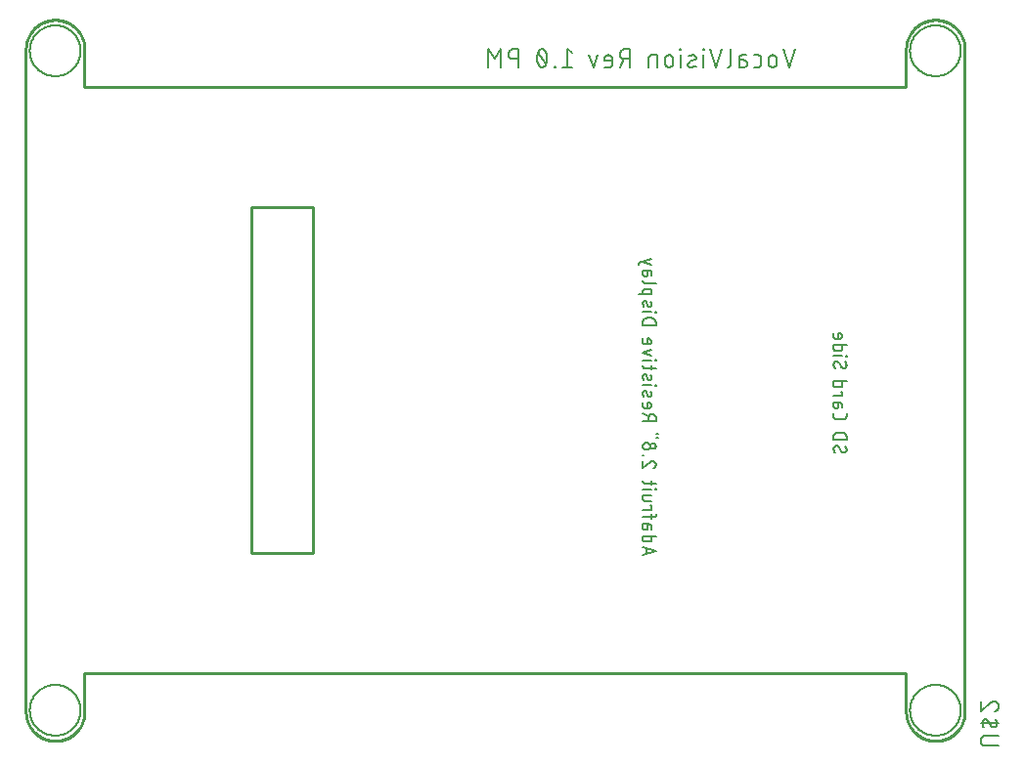
<source format=gbr>
G04 EAGLE Gerber RS-274X export*
G75*
%MOMM*%
%FSLAX34Y34*%
%LPD*%
%INSilkscreen Bottom*%
%IPPOS*%
%AMOC8*
5,1,8,0,0,1.08239X$1,22.5*%
G01*
%ADD10C,0.203200*%
%ADD11C,0.200000*%
%ADD12C,0.254000*%
%ADD13C,0.152400*%


D10*
X806004Y604774D02*
X800755Y589026D01*
X795506Y604774D01*
X789665Y596025D02*
X789665Y592526D01*
X789666Y596025D02*
X789664Y596143D01*
X789658Y596261D01*
X789648Y596379D01*
X789634Y596496D01*
X789616Y596613D01*
X789594Y596730D01*
X789569Y596845D01*
X789539Y596959D01*
X789505Y597073D01*
X789468Y597185D01*
X789427Y597296D01*
X789382Y597405D01*
X789334Y597513D01*
X789282Y597619D01*
X789226Y597724D01*
X789167Y597826D01*
X789105Y597926D01*
X789039Y598024D01*
X788970Y598120D01*
X788897Y598214D01*
X788822Y598305D01*
X788743Y598393D01*
X788662Y598479D01*
X788577Y598562D01*
X788490Y598642D01*
X788401Y598719D01*
X788308Y598793D01*
X788214Y598863D01*
X788117Y598931D01*
X788017Y598995D01*
X787916Y599056D01*
X787813Y599113D01*
X787707Y599167D01*
X787600Y599218D01*
X787492Y599264D01*
X787382Y599307D01*
X787270Y599346D01*
X787157Y599382D01*
X787043Y599413D01*
X786928Y599441D01*
X786813Y599465D01*
X786696Y599485D01*
X786579Y599501D01*
X786461Y599513D01*
X786343Y599521D01*
X786225Y599525D01*
X786107Y599525D01*
X785989Y599521D01*
X785871Y599513D01*
X785753Y599501D01*
X785636Y599485D01*
X785519Y599465D01*
X785404Y599441D01*
X785289Y599413D01*
X785175Y599382D01*
X785062Y599346D01*
X784950Y599307D01*
X784840Y599264D01*
X784732Y599218D01*
X784625Y599167D01*
X784519Y599113D01*
X784416Y599056D01*
X784315Y598995D01*
X784215Y598931D01*
X784118Y598863D01*
X784024Y598793D01*
X783931Y598719D01*
X783842Y598642D01*
X783755Y598562D01*
X783670Y598479D01*
X783589Y598393D01*
X783510Y598305D01*
X783435Y598214D01*
X783362Y598120D01*
X783293Y598024D01*
X783227Y597926D01*
X783165Y597826D01*
X783106Y597724D01*
X783050Y597619D01*
X782998Y597513D01*
X782950Y597405D01*
X782905Y597296D01*
X782864Y597185D01*
X782827Y597073D01*
X782793Y596959D01*
X782763Y596845D01*
X782738Y596730D01*
X782716Y596613D01*
X782698Y596496D01*
X782684Y596379D01*
X782674Y596261D01*
X782668Y596143D01*
X782666Y596025D01*
X782666Y592526D01*
X782668Y592408D01*
X782674Y592290D01*
X782684Y592172D01*
X782698Y592055D01*
X782716Y591938D01*
X782738Y591821D01*
X782763Y591706D01*
X782793Y591592D01*
X782827Y591478D01*
X782864Y591366D01*
X782905Y591255D01*
X782950Y591146D01*
X782998Y591038D01*
X783050Y590932D01*
X783106Y590827D01*
X783165Y590725D01*
X783227Y590625D01*
X783293Y590527D01*
X783362Y590431D01*
X783435Y590337D01*
X783510Y590246D01*
X783589Y590158D01*
X783670Y590072D01*
X783755Y589989D01*
X783842Y589909D01*
X783931Y589832D01*
X784024Y589758D01*
X784118Y589688D01*
X784215Y589620D01*
X784315Y589556D01*
X784416Y589495D01*
X784519Y589438D01*
X784625Y589384D01*
X784732Y589333D01*
X784840Y589287D01*
X784950Y589244D01*
X785062Y589205D01*
X785175Y589169D01*
X785289Y589138D01*
X785404Y589110D01*
X785519Y589086D01*
X785636Y589066D01*
X785753Y589050D01*
X785871Y589038D01*
X785989Y589030D01*
X786107Y589026D01*
X786225Y589026D01*
X786343Y589030D01*
X786461Y589038D01*
X786579Y589050D01*
X786696Y589066D01*
X786813Y589086D01*
X786928Y589110D01*
X787043Y589138D01*
X787157Y589169D01*
X787270Y589205D01*
X787382Y589244D01*
X787492Y589287D01*
X787600Y589333D01*
X787707Y589384D01*
X787813Y589438D01*
X787916Y589495D01*
X788017Y589556D01*
X788117Y589620D01*
X788214Y589688D01*
X788308Y589758D01*
X788401Y589832D01*
X788490Y589909D01*
X788577Y589989D01*
X788662Y590072D01*
X788743Y590158D01*
X788822Y590246D01*
X788897Y590337D01*
X788970Y590431D01*
X789039Y590527D01*
X789105Y590625D01*
X789167Y590725D01*
X789226Y590827D01*
X789282Y590932D01*
X789334Y591038D01*
X789382Y591146D01*
X789427Y591255D01*
X789468Y591366D01*
X789505Y591478D01*
X789539Y591592D01*
X789569Y591706D01*
X789594Y591821D01*
X789616Y591938D01*
X789634Y592055D01*
X789648Y592172D01*
X789658Y592290D01*
X789664Y592408D01*
X789666Y592526D01*
X773473Y589026D02*
X769973Y589026D01*
X773473Y589026D02*
X773574Y589028D01*
X773674Y589034D01*
X773774Y589043D01*
X773874Y589057D01*
X773973Y589074D01*
X774071Y589095D01*
X774169Y589120D01*
X774265Y589148D01*
X774360Y589181D01*
X774454Y589216D01*
X774547Y589256D01*
X774638Y589299D01*
X774727Y589345D01*
X774814Y589395D01*
X774900Y589448D01*
X774983Y589504D01*
X775064Y589563D01*
X775143Y589626D01*
X775219Y589691D01*
X775293Y589760D01*
X775364Y589831D01*
X775433Y589905D01*
X775498Y589981D01*
X775561Y590060D01*
X775620Y590141D01*
X775676Y590224D01*
X775729Y590310D01*
X775779Y590397D01*
X775825Y590486D01*
X775868Y590577D01*
X775908Y590670D01*
X775944Y590764D01*
X775976Y590859D01*
X776004Y590955D01*
X776029Y591053D01*
X776050Y591151D01*
X776067Y591250D01*
X776081Y591350D01*
X776090Y591450D01*
X776096Y591550D01*
X776098Y591651D01*
X776097Y591651D02*
X776097Y596900D01*
X776098Y596900D02*
X776096Y597001D01*
X776090Y597101D01*
X776081Y597201D01*
X776067Y597301D01*
X776050Y597400D01*
X776029Y597498D01*
X776004Y597596D01*
X775976Y597692D01*
X775943Y597787D01*
X775908Y597881D01*
X775868Y597974D01*
X775825Y598065D01*
X775779Y598154D01*
X775729Y598241D01*
X775676Y598327D01*
X775620Y598410D01*
X775561Y598491D01*
X775498Y598570D01*
X775433Y598646D01*
X775364Y598720D01*
X775293Y598791D01*
X775219Y598860D01*
X775143Y598925D01*
X775064Y598988D01*
X774983Y599047D01*
X774900Y599103D01*
X774814Y599156D01*
X774727Y599206D01*
X774638Y599252D01*
X774547Y599295D01*
X774454Y599335D01*
X774360Y599370D01*
X774265Y599403D01*
X774169Y599431D01*
X774071Y599456D01*
X773973Y599477D01*
X773874Y599494D01*
X773774Y599508D01*
X773674Y599517D01*
X773574Y599523D01*
X773473Y599525D01*
X769973Y599525D01*
X761160Y595150D02*
X757223Y595150D01*
X761160Y595150D02*
X761269Y595148D01*
X761378Y595142D01*
X761487Y595132D01*
X761596Y595119D01*
X761704Y595101D01*
X761811Y595080D01*
X761917Y595055D01*
X762023Y595026D01*
X762127Y594993D01*
X762230Y594957D01*
X762332Y594917D01*
X762432Y594873D01*
X762531Y594826D01*
X762627Y594775D01*
X762722Y594721D01*
X762815Y594664D01*
X762906Y594603D01*
X762995Y594539D01*
X763081Y594472D01*
X763165Y594402D01*
X763247Y594329D01*
X763325Y594253D01*
X763401Y594175D01*
X763474Y594093D01*
X763544Y594009D01*
X763611Y593923D01*
X763675Y593834D01*
X763736Y593743D01*
X763793Y593650D01*
X763847Y593555D01*
X763898Y593459D01*
X763945Y593360D01*
X763989Y593260D01*
X764029Y593158D01*
X764065Y593055D01*
X764098Y592951D01*
X764127Y592845D01*
X764152Y592739D01*
X764173Y592632D01*
X764191Y592524D01*
X764204Y592415D01*
X764214Y592306D01*
X764220Y592197D01*
X764222Y592088D01*
X764220Y591979D01*
X764214Y591870D01*
X764204Y591761D01*
X764191Y591652D01*
X764173Y591544D01*
X764152Y591437D01*
X764127Y591331D01*
X764098Y591225D01*
X764065Y591121D01*
X764029Y591018D01*
X763989Y590916D01*
X763945Y590816D01*
X763898Y590717D01*
X763847Y590621D01*
X763793Y590526D01*
X763736Y590433D01*
X763675Y590342D01*
X763611Y590253D01*
X763544Y590167D01*
X763474Y590083D01*
X763401Y590001D01*
X763325Y589923D01*
X763247Y589847D01*
X763165Y589774D01*
X763081Y589704D01*
X762995Y589637D01*
X762906Y589573D01*
X762815Y589512D01*
X762722Y589455D01*
X762627Y589401D01*
X762531Y589350D01*
X762432Y589303D01*
X762332Y589259D01*
X762230Y589219D01*
X762127Y589183D01*
X762023Y589150D01*
X761917Y589121D01*
X761811Y589096D01*
X761704Y589075D01*
X761596Y589057D01*
X761487Y589044D01*
X761378Y589034D01*
X761269Y589028D01*
X761160Y589026D01*
X757223Y589026D01*
X757223Y596900D01*
X757225Y597001D01*
X757231Y597101D01*
X757240Y597201D01*
X757254Y597301D01*
X757271Y597400D01*
X757292Y597498D01*
X757317Y597596D01*
X757345Y597692D01*
X757378Y597787D01*
X757413Y597881D01*
X757453Y597974D01*
X757496Y598065D01*
X757542Y598154D01*
X757592Y598241D01*
X757645Y598327D01*
X757701Y598410D01*
X757760Y598491D01*
X757823Y598570D01*
X757888Y598646D01*
X757957Y598720D01*
X758028Y598791D01*
X758102Y598860D01*
X758178Y598925D01*
X758257Y598988D01*
X758338Y599047D01*
X758421Y599103D01*
X758507Y599156D01*
X758594Y599206D01*
X758683Y599252D01*
X758774Y599295D01*
X758867Y599335D01*
X758961Y599371D01*
X759056Y599403D01*
X759152Y599431D01*
X759250Y599456D01*
X759348Y599477D01*
X759447Y599494D01*
X759547Y599508D01*
X759647Y599517D01*
X759747Y599523D01*
X759848Y599525D01*
X763348Y599525D01*
X749887Y604774D02*
X749887Y591651D01*
X749885Y591550D01*
X749879Y591450D01*
X749870Y591350D01*
X749856Y591250D01*
X749839Y591151D01*
X749818Y591053D01*
X749793Y590955D01*
X749765Y590859D01*
X749732Y590764D01*
X749697Y590670D01*
X749657Y590577D01*
X749614Y590486D01*
X749568Y590397D01*
X749518Y590310D01*
X749465Y590224D01*
X749409Y590141D01*
X749350Y590060D01*
X749287Y589981D01*
X749222Y589905D01*
X749153Y589831D01*
X749082Y589760D01*
X749008Y589691D01*
X748932Y589626D01*
X748853Y589563D01*
X748772Y589504D01*
X748689Y589448D01*
X748603Y589395D01*
X748516Y589345D01*
X748427Y589299D01*
X748336Y589256D01*
X748243Y589216D01*
X748149Y589181D01*
X748054Y589148D01*
X747958Y589120D01*
X747860Y589095D01*
X747762Y589074D01*
X747663Y589057D01*
X747563Y589043D01*
X747463Y589034D01*
X747363Y589028D01*
X747262Y589026D01*
X737188Y589026D02*
X742437Y604774D01*
X731939Y604774D02*
X737188Y589026D01*
X726246Y589026D02*
X726246Y599525D01*
X726684Y603899D02*
X726684Y604774D01*
X725809Y604774D01*
X725809Y603899D01*
X726684Y603899D01*
X718534Y595150D02*
X714159Y593400D01*
X718533Y595150D02*
X718620Y595187D01*
X718705Y595227D01*
X718788Y595271D01*
X718869Y595318D01*
X718948Y595368D01*
X719025Y595422D01*
X719100Y595479D01*
X719173Y595539D01*
X719242Y595602D01*
X719310Y595667D01*
X719374Y595736D01*
X719436Y595807D01*
X719494Y595880D01*
X719549Y595956D01*
X719602Y596034D01*
X719651Y596114D01*
X719696Y596196D01*
X719738Y596280D01*
X719777Y596366D01*
X719812Y596453D01*
X719844Y596542D01*
X719871Y596631D01*
X719895Y596722D01*
X719916Y596814D01*
X719932Y596907D01*
X719944Y597000D01*
X719953Y597093D01*
X719958Y597187D01*
X719959Y597281D01*
X719956Y597375D01*
X719949Y597469D01*
X719938Y597562D01*
X719924Y597655D01*
X719905Y597747D01*
X719883Y597838D01*
X719857Y597928D01*
X719827Y598017D01*
X719794Y598105D01*
X719757Y598192D01*
X719717Y598276D01*
X719673Y598359D01*
X719625Y598440D01*
X719574Y598520D01*
X719520Y598596D01*
X719463Y598671D01*
X719403Y598743D01*
X719340Y598813D01*
X719274Y598880D01*
X719206Y598944D01*
X719134Y599005D01*
X719061Y599064D01*
X718985Y599119D01*
X718907Y599171D01*
X718826Y599219D01*
X718744Y599265D01*
X718660Y599307D01*
X718574Y599345D01*
X718487Y599380D01*
X718398Y599411D01*
X718308Y599438D01*
X718217Y599462D01*
X718126Y599482D01*
X718033Y599498D01*
X717940Y599510D01*
X717846Y599519D01*
X717753Y599523D01*
X717659Y599524D01*
X717659Y599525D02*
X717420Y599519D01*
X717182Y599507D01*
X716943Y599489D01*
X716706Y599465D01*
X716468Y599436D01*
X716232Y599401D01*
X715997Y599361D01*
X715762Y599315D01*
X715529Y599263D01*
X715297Y599205D01*
X715067Y599142D01*
X714838Y599074D01*
X714611Y599000D01*
X714385Y598920D01*
X714162Y598836D01*
X713941Y598746D01*
X713722Y598650D01*
X714160Y593400D02*
X714073Y593363D01*
X713988Y593323D01*
X713905Y593279D01*
X713824Y593232D01*
X713745Y593182D01*
X713668Y593128D01*
X713593Y593071D01*
X713520Y593011D01*
X713451Y592948D01*
X713383Y592883D01*
X713319Y592814D01*
X713257Y592743D01*
X713199Y592670D01*
X713144Y592594D01*
X713091Y592516D01*
X713042Y592436D01*
X712997Y592354D01*
X712955Y592270D01*
X712916Y592184D01*
X712881Y592097D01*
X712849Y592008D01*
X712822Y591919D01*
X712798Y591828D01*
X712777Y591736D01*
X712761Y591643D01*
X712749Y591550D01*
X712740Y591457D01*
X712735Y591363D01*
X712734Y591269D01*
X712737Y591175D01*
X712744Y591081D01*
X712755Y590988D01*
X712769Y590895D01*
X712788Y590803D01*
X712810Y590712D01*
X712836Y590622D01*
X712866Y590533D01*
X712899Y590445D01*
X712936Y590358D01*
X712976Y590274D01*
X713020Y590191D01*
X713068Y590110D01*
X713119Y590030D01*
X713173Y589954D01*
X713230Y589879D01*
X713290Y589807D01*
X713353Y589737D01*
X713419Y589670D01*
X713487Y589606D01*
X713559Y589545D01*
X713632Y589486D01*
X713708Y589431D01*
X713786Y589379D01*
X713867Y589331D01*
X713949Y589285D01*
X714033Y589243D01*
X714119Y589205D01*
X714206Y589170D01*
X714295Y589139D01*
X714385Y589112D01*
X714476Y589088D01*
X714567Y589068D01*
X714660Y589052D01*
X714753Y589040D01*
X714847Y589031D01*
X714940Y589027D01*
X715034Y589026D01*
X715385Y589035D01*
X715736Y589052D01*
X716086Y589078D01*
X716435Y589112D01*
X716783Y589154D01*
X717130Y589205D01*
X717476Y589263D01*
X717821Y589330D01*
X718164Y589405D01*
X718505Y589488D01*
X718844Y589579D01*
X719180Y589678D01*
X719515Y589785D01*
X719846Y589900D01*
X706447Y589026D02*
X706447Y599525D01*
X706884Y603899D02*
X706884Y604774D01*
X706009Y604774D01*
X706009Y603899D01*
X706884Y603899D01*
X700046Y596025D02*
X700046Y592526D01*
X700047Y596025D02*
X700045Y596143D01*
X700039Y596261D01*
X700029Y596379D01*
X700015Y596496D01*
X699997Y596613D01*
X699975Y596730D01*
X699950Y596845D01*
X699920Y596959D01*
X699886Y597073D01*
X699849Y597185D01*
X699808Y597296D01*
X699763Y597405D01*
X699715Y597513D01*
X699663Y597619D01*
X699607Y597724D01*
X699548Y597826D01*
X699486Y597926D01*
X699420Y598024D01*
X699351Y598120D01*
X699278Y598214D01*
X699203Y598305D01*
X699124Y598393D01*
X699043Y598479D01*
X698958Y598562D01*
X698871Y598642D01*
X698782Y598719D01*
X698689Y598793D01*
X698595Y598863D01*
X698498Y598931D01*
X698398Y598995D01*
X698297Y599056D01*
X698194Y599113D01*
X698088Y599167D01*
X697981Y599218D01*
X697873Y599264D01*
X697763Y599307D01*
X697651Y599346D01*
X697538Y599382D01*
X697424Y599413D01*
X697309Y599441D01*
X697194Y599465D01*
X697077Y599485D01*
X696960Y599501D01*
X696842Y599513D01*
X696724Y599521D01*
X696606Y599525D01*
X696488Y599525D01*
X696370Y599521D01*
X696252Y599513D01*
X696134Y599501D01*
X696017Y599485D01*
X695900Y599465D01*
X695785Y599441D01*
X695670Y599413D01*
X695556Y599382D01*
X695443Y599346D01*
X695331Y599307D01*
X695221Y599264D01*
X695113Y599218D01*
X695006Y599167D01*
X694900Y599113D01*
X694797Y599056D01*
X694696Y598995D01*
X694596Y598931D01*
X694499Y598863D01*
X694405Y598793D01*
X694312Y598719D01*
X694223Y598642D01*
X694136Y598562D01*
X694051Y598479D01*
X693970Y598393D01*
X693891Y598305D01*
X693816Y598214D01*
X693743Y598120D01*
X693674Y598024D01*
X693608Y597926D01*
X693546Y597826D01*
X693487Y597724D01*
X693431Y597619D01*
X693379Y597513D01*
X693331Y597405D01*
X693286Y597296D01*
X693245Y597185D01*
X693208Y597073D01*
X693174Y596959D01*
X693144Y596845D01*
X693119Y596730D01*
X693097Y596613D01*
X693079Y596496D01*
X693065Y596379D01*
X693055Y596261D01*
X693049Y596143D01*
X693047Y596025D01*
X693047Y592526D01*
X693049Y592408D01*
X693055Y592290D01*
X693065Y592172D01*
X693079Y592055D01*
X693097Y591938D01*
X693119Y591821D01*
X693144Y591706D01*
X693174Y591592D01*
X693208Y591478D01*
X693245Y591366D01*
X693286Y591255D01*
X693331Y591146D01*
X693379Y591038D01*
X693431Y590932D01*
X693487Y590827D01*
X693546Y590725D01*
X693608Y590625D01*
X693674Y590527D01*
X693743Y590431D01*
X693816Y590337D01*
X693891Y590246D01*
X693970Y590158D01*
X694051Y590072D01*
X694136Y589989D01*
X694223Y589909D01*
X694312Y589832D01*
X694405Y589758D01*
X694499Y589688D01*
X694596Y589620D01*
X694696Y589556D01*
X694797Y589495D01*
X694900Y589438D01*
X695006Y589384D01*
X695113Y589333D01*
X695221Y589287D01*
X695331Y589244D01*
X695443Y589205D01*
X695556Y589169D01*
X695670Y589138D01*
X695785Y589110D01*
X695900Y589086D01*
X696017Y589066D01*
X696134Y589050D01*
X696252Y589038D01*
X696370Y589030D01*
X696488Y589026D01*
X696606Y589026D01*
X696724Y589030D01*
X696842Y589038D01*
X696960Y589050D01*
X697077Y589066D01*
X697194Y589086D01*
X697309Y589110D01*
X697424Y589138D01*
X697538Y589169D01*
X697651Y589205D01*
X697763Y589244D01*
X697873Y589287D01*
X697981Y589333D01*
X698088Y589384D01*
X698194Y589438D01*
X698297Y589495D01*
X698398Y589556D01*
X698498Y589620D01*
X698595Y589688D01*
X698689Y589758D01*
X698782Y589832D01*
X698871Y589909D01*
X698958Y589989D01*
X699043Y590072D01*
X699124Y590158D01*
X699203Y590246D01*
X699278Y590337D01*
X699351Y590431D01*
X699420Y590527D01*
X699486Y590625D01*
X699548Y590725D01*
X699607Y590827D01*
X699663Y590932D01*
X699715Y591038D01*
X699763Y591146D01*
X699808Y591255D01*
X699849Y591366D01*
X699886Y591478D01*
X699920Y591592D01*
X699950Y591706D01*
X699975Y591821D01*
X699997Y591938D01*
X700015Y592055D01*
X700029Y592172D01*
X700039Y592290D01*
X700045Y592408D01*
X700047Y592526D01*
X685978Y589026D02*
X685978Y599525D01*
X681604Y599525D01*
X681503Y599523D01*
X681403Y599517D01*
X681303Y599508D01*
X681203Y599494D01*
X681104Y599477D01*
X681006Y599456D01*
X680908Y599431D01*
X680812Y599403D01*
X680717Y599370D01*
X680623Y599335D01*
X680530Y599295D01*
X680439Y599252D01*
X680350Y599206D01*
X680263Y599156D01*
X680177Y599103D01*
X680094Y599047D01*
X680013Y598988D01*
X679934Y598925D01*
X679858Y598860D01*
X679784Y598791D01*
X679713Y598720D01*
X679644Y598646D01*
X679579Y598570D01*
X679516Y598491D01*
X679457Y598410D01*
X679401Y598327D01*
X679348Y598241D01*
X679298Y598154D01*
X679252Y598065D01*
X679209Y597974D01*
X679169Y597881D01*
X679134Y597787D01*
X679101Y597692D01*
X679073Y597596D01*
X679048Y597498D01*
X679027Y597400D01*
X679010Y597301D01*
X678996Y597201D01*
X678987Y597101D01*
X678981Y597001D01*
X678979Y596900D01*
X678979Y589026D01*
X662775Y589026D02*
X662775Y604774D01*
X658401Y604774D01*
X658270Y604772D01*
X658139Y604766D01*
X658009Y604756D01*
X657879Y604743D01*
X657749Y604725D01*
X657620Y604704D01*
X657492Y604678D01*
X657364Y604649D01*
X657237Y604616D01*
X657112Y604580D01*
X656987Y604539D01*
X656864Y604495D01*
X656742Y604447D01*
X656622Y604396D01*
X656503Y604341D01*
X656386Y604282D01*
X656271Y604220D01*
X656158Y604155D01*
X656046Y604086D01*
X655937Y604014D01*
X655830Y603939D01*
X655725Y603860D01*
X655623Y603779D01*
X655523Y603694D01*
X655426Y603606D01*
X655331Y603516D01*
X655239Y603423D01*
X655150Y603327D01*
X655064Y603228D01*
X654981Y603127D01*
X654901Y603024D01*
X654824Y602918D01*
X654751Y602810D01*
X654680Y602699D01*
X654613Y602587D01*
X654549Y602473D01*
X654489Y602357D01*
X654432Y602239D01*
X654379Y602119D01*
X654329Y601998D01*
X654283Y601875D01*
X654241Y601752D01*
X654203Y601627D01*
X654168Y601500D01*
X654137Y601373D01*
X654109Y601245D01*
X654086Y601117D01*
X654067Y600987D01*
X654051Y600857D01*
X654039Y600727D01*
X654031Y600596D01*
X654027Y600465D01*
X654027Y600335D01*
X654031Y600204D01*
X654039Y600073D01*
X654051Y599943D01*
X654067Y599813D01*
X654086Y599683D01*
X654109Y599555D01*
X654137Y599427D01*
X654168Y599300D01*
X654203Y599173D01*
X654241Y599048D01*
X654283Y598925D01*
X654329Y598802D01*
X654379Y598681D01*
X654432Y598561D01*
X654489Y598443D01*
X654549Y598327D01*
X654613Y598213D01*
X654680Y598101D01*
X654751Y597990D01*
X654824Y597882D01*
X654901Y597776D01*
X654981Y597673D01*
X655064Y597572D01*
X655150Y597473D01*
X655239Y597377D01*
X655331Y597284D01*
X655426Y597194D01*
X655523Y597106D01*
X655623Y597021D01*
X655725Y596940D01*
X655830Y596861D01*
X655937Y596786D01*
X656046Y596714D01*
X656158Y596645D01*
X656271Y596580D01*
X656386Y596518D01*
X656503Y596459D01*
X656622Y596404D01*
X656742Y596353D01*
X656864Y596305D01*
X656987Y596261D01*
X657112Y596220D01*
X657237Y596184D01*
X657364Y596151D01*
X657492Y596122D01*
X657620Y596096D01*
X657749Y596075D01*
X657879Y596057D01*
X658009Y596044D01*
X658139Y596034D01*
X658270Y596028D01*
X658401Y596026D01*
X658401Y596025D02*
X662775Y596025D01*
X657526Y596025D02*
X654026Y589026D01*
X644797Y589026D02*
X640422Y589026D01*
X644797Y589026D02*
X644898Y589028D01*
X644998Y589034D01*
X645098Y589043D01*
X645198Y589057D01*
X645297Y589074D01*
X645395Y589095D01*
X645493Y589120D01*
X645589Y589148D01*
X645684Y589181D01*
X645778Y589216D01*
X645871Y589256D01*
X645962Y589299D01*
X646051Y589345D01*
X646138Y589395D01*
X646224Y589448D01*
X646307Y589504D01*
X646388Y589563D01*
X646467Y589626D01*
X646543Y589691D01*
X646617Y589760D01*
X646688Y589831D01*
X646757Y589905D01*
X646822Y589981D01*
X646885Y590060D01*
X646944Y590141D01*
X647000Y590224D01*
X647053Y590310D01*
X647103Y590397D01*
X647149Y590486D01*
X647192Y590577D01*
X647232Y590670D01*
X647268Y590764D01*
X647300Y590859D01*
X647328Y590955D01*
X647353Y591053D01*
X647374Y591151D01*
X647391Y591250D01*
X647405Y591350D01*
X647414Y591450D01*
X647420Y591550D01*
X647422Y591651D01*
X647421Y591651D02*
X647421Y596025D01*
X647422Y596025D02*
X647420Y596143D01*
X647414Y596261D01*
X647404Y596379D01*
X647390Y596496D01*
X647372Y596613D01*
X647350Y596730D01*
X647325Y596845D01*
X647295Y596959D01*
X647261Y597073D01*
X647224Y597185D01*
X647183Y597296D01*
X647138Y597405D01*
X647090Y597513D01*
X647038Y597619D01*
X646982Y597724D01*
X646923Y597826D01*
X646861Y597926D01*
X646795Y598024D01*
X646726Y598120D01*
X646653Y598214D01*
X646578Y598305D01*
X646499Y598393D01*
X646418Y598479D01*
X646333Y598562D01*
X646246Y598642D01*
X646157Y598719D01*
X646064Y598793D01*
X645970Y598863D01*
X645873Y598931D01*
X645773Y598995D01*
X645672Y599056D01*
X645569Y599113D01*
X645463Y599167D01*
X645356Y599218D01*
X645248Y599264D01*
X645138Y599307D01*
X645026Y599346D01*
X644913Y599382D01*
X644799Y599413D01*
X644684Y599441D01*
X644569Y599465D01*
X644452Y599485D01*
X644335Y599501D01*
X644217Y599513D01*
X644099Y599521D01*
X643981Y599525D01*
X643863Y599525D01*
X643745Y599521D01*
X643627Y599513D01*
X643509Y599501D01*
X643392Y599485D01*
X643275Y599465D01*
X643160Y599441D01*
X643045Y599413D01*
X642931Y599382D01*
X642818Y599346D01*
X642706Y599307D01*
X642596Y599264D01*
X642488Y599218D01*
X642381Y599167D01*
X642275Y599113D01*
X642172Y599056D01*
X642071Y598995D01*
X641971Y598931D01*
X641874Y598863D01*
X641780Y598793D01*
X641687Y598719D01*
X641598Y598642D01*
X641511Y598562D01*
X641426Y598479D01*
X641345Y598393D01*
X641266Y598305D01*
X641191Y598214D01*
X641118Y598120D01*
X641049Y598024D01*
X640983Y597926D01*
X640921Y597826D01*
X640862Y597724D01*
X640806Y597619D01*
X640754Y597513D01*
X640706Y597405D01*
X640661Y597296D01*
X640620Y597185D01*
X640583Y597073D01*
X640549Y596959D01*
X640519Y596845D01*
X640494Y596730D01*
X640472Y596613D01*
X640454Y596496D01*
X640440Y596379D01*
X640430Y596261D01*
X640424Y596143D01*
X640422Y596025D01*
X640422Y594275D01*
X647421Y594275D01*
X634395Y599525D02*
X630896Y589026D01*
X627396Y599525D01*
X612865Y601274D02*
X608491Y604774D01*
X608491Y589026D01*
X612865Y589026D02*
X604117Y589026D01*
X597987Y589026D02*
X597987Y589901D01*
X597112Y589901D01*
X597112Y589026D01*
X597987Y589026D01*
X590982Y596900D02*
X590978Y597210D01*
X590967Y597519D01*
X590949Y597829D01*
X590923Y598137D01*
X590890Y598445D01*
X590849Y598753D01*
X590801Y599059D01*
X590746Y599364D01*
X590684Y599667D01*
X590614Y599969D01*
X590537Y600269D01*
X590453Y600567D01*
X590362Y600863D01*
X590264Y601157D01*
X590159Y601449D01*
X590047Y601738D01*
X589928Y602024D01*
X589802Y602307D01*
X589670Y602587D01*
X589669Y602587D02*
X589631Y602692D01*
X589589Y602795D01*
X589544Y602897D01*
X589496Y602998D01*
X589444Y603096D01*
X589388Y603193D01*
X589330Y603288D01*
X589268Y603381D01*
X589203Y603471D01*
X589134Y603559D01*
X589063Y603645D01*
X588989Y603729D01*
X588912Y603809D01*
X588833Y603888D01*
X588750Y603963D01*
X588665Y604035D01*
X588578Y604105D01*
X588488Y604171D01*
X588397Y604234D01*
X588303Y604294D01*
X588207Y604351D01*
X588109Y604405D01*
X588009Y604455D01*
X587908Y604501D01*
X587805Y604544D01*
X587700Y604584D01*
X587595Y604620D01*
X587488Y604652D01*
X587380Y604680D01*
X587271Y604705D01*
X587162Y604726D01*
X587052Y604743D01*
X586941Y604757D01*
X586830Y604766D01*
X586719Y604772D01*
X586607Y604774D01*
X586495Y604772D01*
X586384Y604766D01*
X586273Y604757D01*
X586162Y604743D01*
X586052Y604726D01*
X585943Y604705D01*
X585834Y604680D01*
X585726Y604652D01*
X585619Y604620D01*
X585514Y604584D01*
X585409Y604544D01*
X585306Y604501D01*
X585205Y604455D01*
X585105Y604405D01*
X585007Y604351D01*
X584911Y604294D01*
X584817Y604234D01*
X584726Y604171D01*
X584636Y604105D01*
X584549Y604035D01*
X584464Y603963D01*
X584381Y603888D01*
X584302Y603809D01*
X584225Y603729D01*
X584151Y603645D01*
X584080Y603559D01*
X584011Y603471D01*
X583946Y603381D01*
X583884Y603288D01*
X583826Y603193D01*
X583770Y603096D01*
X583718Y602998D01*
X583670Y602897D01*
X583625Y602795D01*
X583583Y602692D01*
X583545Y602587D01*
X583413Y602307D01*
X583287Y602023D01*
X583168Y601737D01*
X583056Y601448D01*
X582951Y601157D01*
X582853Y600863D01*
X582762Y600567D01*
X582678Y600269D01*
X582601Y599969D01*
X582531Y599667D01*
X582469Y599363D01*
X582414Y599059D01*
X582366Y598753D01*
X582325Y598445D01*
X582292Y598137D01*
X582266Y597829D01*
X582248Y597519D01*
X582237Y597210D01*
X582233Y596900D01*
X590982Y596900D02*
X590978Y596590D01*
X590967Y596281D01*
X590949Y595971D01*
X590923Y595663D01*
X590890Y595355D01*
X590849Y595047D01*
X590801Y594741D01*
X590746Y594436D01*
X590684Y594133D01*
X590614Y593831D01*
X590537Y593531D01*
X590453Y593233D01*
X590362Y592937D01*
X590264Y592643D01*
X590159Y592351D01*
X590047Y592062D01*
X589928Y591776D01*
X589802Y591493D01*
X589670Y591213D01*
X589669Y591213D02*
X589631Y591108D01*
X589589Y591005D01*
X589544Y590903D01*
X589496Y590802D01*
X589444Y590704D01*
X589388Y590607D01*
X589330Y590512D01*
X589268Y590419D01*
X589203Y590329D01*
X589134Y590241D01*
X589063Y590155D01*
X588989Y590071D01*
X588912Y589991D01*
X588833Y589912D01*
X588750Y589837D01*
X588665Y589765D01*
X588578Y589695D01*
X588488Y589629D01*
X588397Y589566D01*
X588303Y589506D01*
X588207Y589449D01*
X588109Y589395D01*
X588009Y589345D01*
X587908Y589299D01*
X587805Y589256D01*
X587700Y589216D01*
X587595Y589180D01*
X587488Y589148D01*
X587380Y589120D01*
X587271Y589095D01*
X587162Y589074D01*
X587052Y589057D01*
X586941Y589043D01*
X586830Y589034D01*
X586719Y589028D01*
X586607Y589026D01*
X583544Y591213D02*
X583412Y591493D01*
X583286Y591776D01*
X583167Y592062D01*
X583055Y592351D01*
X582950Y592643D01*
X582852Y592937D01*
X582761Y593233D01*
X582677Y593531D01*
X582600Y593831D01*
X582530Y594133D01*
X582468Y594436D01*
X582413Y594741D01*
X582365Y595047D01*
X582324Y595355D01*
X582291Y595663D01*
X582265Y595971D01*
X582247Y596281D01*
X582236Y596590D01*
X582232Y596900D01*
X583545Y591213D02*
X583583Y591108D01*
X583625Y591005D01*
X583670Y590903D01*
X583718Y590802D01*
X583770Y590704D01*
X583826Y590607D01*
X583884Y590512D01*
X583946Y590419D01*
X584011Y590329D01*
X584080Y590241D01*
X584151Y590155D01*
X584225Y590071D01*
X584302Y589991D01*
X584381Y589912D01*
X584464Y589837D01*
X584549Y589765D01*
X584636Y589695D01*
X584726Y589629D01*
X584817Y589566D01*
X584911Y589506D01*
X585007Y589449D01*
X585105Y589395D01*
X585205Y589345D01*
X585306Y589299D01*
X585409Y589256D01*
X585514Y589216D01*
X585619Y589180D01*
X585726Y589148D01*
X585834Y589120D01*
X585943Y589095D01*
X586052Y589074D01*
X586162Y589057D01*
X586273Y589043D01*
X586384Y589034D01*
X586495Y589028D01*
X586607Y589026D01*
X590107Y592526D02*
X583108Y601274D01*
X566239Y604774D02*
X566239Y589026D01*
X566239Y604774D02*
X561865Y604774D01*
X561734Y604772D01*
X561603Y604766D01*
X561473Y604756D01*
X561343Y604743D01*
X561213Y604725D01*
X561084Y604704D01*
X560956Y604678D01*
X560828Y604649D01*
X560701Y604616D01*
X560576Y604580D01*
X560451Y604539D01*
X560328Y604495D01*
X560206Y604447D01*
X560086Y604396D01*
X559967Y604341D01*
X559850Y604282D01*
X559735Y604220D01*
X559622Y604155D01*
X559510Y604086D01*
X559401Y604014D01*
X559294Y603939D01*
X559189Y603860D01*
X559087Y603779D01*
X558987Y603694D01*
X558890Y603606D01*
X558795Y603516D01*
X558703Y603423D01*
X558614Y603327D01*
X558528Y603228D01*
X558445Y603127D01*
X558365Y603024D01*
X558288Y602918D01*
X558215Y602810D01*
X558144Y602699D01*
X558077Y602587D01*
X558013Y602473D01*
X557953Y602357D01*
X557896Y602239D01*
X557843Y602119D01*
X557793Y601998D01*
X557747Y601875D01*
X557705Y601752D01*
X557667Y601627D01*
X557632Y601500D01*
X557601Y601373D01*
X557573Y601245D01*
X557550Y601117D01*
X557531Y600987D01*
X557515Y600857D01*
X557503Y600727D01*
X557495Y600596D01*
X557491Y600465D01*
X557491Y600335D01*
X557495Y600204D01*
X557503Y600073D01*
X557515Y599943D01*
X557531Y599813D01*
X557550Y599683D01*
X557573Y599555D01*
X557601Y599427D01*
X557632Y599300D01*
X557667Y599173D01*
X557705Y599048D01*
X557747Y598925D01*
X557793Y598802D01*
X557843Y598681D01*
X557896Y598561D01*
X557953Y598443D01*
X558013Y598327D01*
X558077Y598213D01*
X558144Y598101D01*
X558215Y597990D01*
X558288Y597882D01*
X558365Y597776D01*
X558445Y597673D01*
X558528Y597572D01*
X558614Y597473D01*
X558703Y597377D01*
X558795Y597284D01*
X558890Y597194D01*
X558987Y597106D01*
X559087Y597021D01*
X559189Y596940D01*
X559294Y596861D01*
X559401Y596786D01*
X559510Y596714D01*
X559622Y596645D01*
X559735Y596580D01*
X559850Y596518D01*
X559967Y596459D01*
X560086Y596404D01*
X560206Y596353D01*
X560328Y596305D01*
X560451Y596261D01*
X560576Y596220D01*
X560701Y596184D01*
X560828Y596151D01*
X560956Y596122D01*
X561084Y596096D01*
X561213Y596075D01*
X561343Y596057D01*
X561473Y596044D01*
X561603Y596034D01*
X561734Y596028D01*
X561865Y596026D01*
X561865Y596025D02*
X566239Y596025D01*
X550694Y589026D02*
X550694Y604774D01*
X545445Y596025D01*
X540196Y604774D01*
X540196Y589026D01*
D11*
X143100Y31750D02*
X143107Y32290D01*
X143126Y32829D01*
X143160Y33368D01*
X143206Y33906D01*
X143265Y34443D01*
X143338Y34978D01*
X143424Y35511D01*
X143523Y36042D01*
X143635Y36570D01*
X143759Y37096D01*
X143897Y37618D01*
X144047Y38136D01*
X144210Y38651D01*
X144386Y39162D01*
X144574Y39668D01*
X144775Y40169D01*
X144987Y40665D01*
X145212Y41156D01*
X145449Y41641D01*
X145698Y42121D01*
X145958Y42594D01*
X146230Y43060D01*
X146513Y43520D01*
X146808Y43973D01*
X147113Y44418D01*
X147429Y44855D01*
X147756Y45285D01*
X148094Y45707D01*
X148441Y46120D01*
X148799Y46524D01*
X149167Y46920D01*
X149544Y47306D01*
X149930Y47683D01*
X150326Y48051D01*
X150730Y48409D01*
X151143Y48756D01*
X151565Y49094D01*
X151995Y49421D01*
X152432Y49737D01*
X152877Y50042D01*
X153330Y50337D01*
X153790Y50620D01*
X154256Y50892D01*
X154729Y51152D01*
X155209Y51401D01*
X155694Y51638D01*
X156185Y51863D01*
X156681Y52075D01*
X157182Y52276D01*
X157688Y52464D01*
X158199Y52640D01*
X158714Y52803D01*
X159232Y52953D01*
X159754Y53091D01*
X160280Y53215D01*
X160808Y53327D01*
X161339Y53426D01*
X161872Y53512D01*
X162407Y53585D01*
X162944Y53644D01*
X163482Y53690D01*
X164021Y53724D01*
X164560Y53743D01*
X165100Y53750D01*
X165640Y53743D01*
X166179Y53724D01*
X166718Y53690D01*
X167256Y53644D01*
X167793Y53585D01*
X168328Y53512D01*
X168861Y53426D01*
X169392Y53327D01*
X169920Y53215D01*
X170446Y53091D01*
X170968Y52953D01*
X171486Y52803D01*
X172001Y52640D01*
X172512Y52464D01*
X173018Y52276D01*
X173519Y52075D01*
X174015Y51863D01*
X174506Y51638D01*
X174991Y51401D01*
X175471Y51152D01*
X175944Y50892D01*
X176410Y50620D01*
X176870Y50337D01*
X177323Y50042D01*
X177768Y49737D01*
X178205Y49421D01*
X178635Y49094D01*
X179057Y48756D01*
X179470Y48409D01*
X179874Y48051D01*
X180270Y47683D01*
X180656Y47306D01*
X181033Y46920D01*
X181401Y46524D01*
X181759Y46120D01*
X182106Y45707D01*
X182444Y45285D01*
X182771Y44855D01*
X183087Y44418D01*
X183392Y43973D01*
X183687Y43520D01*
X183970Y43060D01*
X184242Y42594D01*
X184502Y42121D01*
X184751Y41641D01*
X184988Y41156D01*
X185213Y40665D01*
X185425Y40169D01*
X185626Y39668D01*
X185814Y39162D01*
X185990Y38651D01*
X186153Y38136D01*
X186303Y37618D01*
X186441Y37096D01*
X186565Y36570D01*
X186677Y36042D01*
X186776Y35511D01*
X186862Y34978D01*
X186935Y34443D01*
X186994Y33906D01*
X187040Y33368D01*
X187074Y32829D01*
X187093Y32290D01*
X187100Y31750D01*
X187093Y31210D01*
X187074Y30671D01*
X187040Y30132D01*
X186994Y29594D01*
X186935Y29057D01*
X186862Y28522D01*
X186776Y27989D01*
X186677Y27458D01*
X186565Y26930D01*
X186441Y26404D01*
X186303Y25882D01*
X186153Y25364D01*
X185990Y24849D01*
X185814Y24338D01*
X185626Y23832D01*
X185425Y23331D01*
X185213Y22835D01*
X184988Y22344D01*
X184751Y21859D01*
X184502Y21379D01*
X184242Y20906D01*
X183970Y20440D01*
X183687Y19980D01*
X183392Y19527D01*
X183087Y19082D01*
X182771Y18645D01*
X182444Y18215D01*
X182106Y17793D01*
X181759Y17380D01*
X181401Y16976D01*
X181033Y16580D01*
X180656Y16194D01*
X180270Y15817D01*
X179874Y15449D01*
X179470Y15091D01*
X179057Y14744D01*
X178635Y14406D01*
X178205Y14079D01*
X177768Y13763D01*
X177323Y13458D01*
X176870Y13163D01*
X176410Y12880D01*
X175944Y12608D01*
X175471Y12348D01*
X174991Y12099D01*
X174506Y11862D01*
X174015Y11637D01*
X173519Y11425D01*
X173018Y11224D01*
X172512Y11036D01*
X172001Y10860D01*
X171486Y10697D01*
X170968Y10547D01*
X170446Y10409D01*
X169920Y10285D01*
X169392Y10173D01*
X168861Y10074D01*
X168328Y9988D01*
X167793Y9915D01*
X167256Y9856D01*
X166718Y9810D01*
X166179Y9776D01*
X165640Y9757D01*
X165100Y9750D01*
X164560Y9757D01*
X164021Y9776D01*
X163482Y9810D01*
X162944Y9856D01*
X162407Y9915D01*
X161872Y9988D01*
X161339Y10074D01*
X160808Y10173D01*
X160280Y10285D01*
X159754Y10409D01*
X159232Y10547D01*
X158714Y10697D01*
X158199Y10860D01*
X157688Y11036D01*
X157182Y11224D01*
X156681Y11425D01*
X156185Y11637D01*
X155694Y11862D01*
X155209Y12099D01*
X154729Y12348D01*
X154256Y12608D01*
X153790Y12880D01*
X153330Y13163D01*
X152877Y13458D01*
X152432Y13763D01*
X151995Y14079D01*
X151565Y14406D01*
X151143Y14744D01*
X150730Y15091D01*
X150326Y15449D01*
X149930Y15817D01*
X149544Y16194D01*
X149167Y16580D01*
X148799Y16976D01*
X148441Y17380D01*
X148094Y17793D01*
X147756Y18215D01*
X147429Y18645D01*
X147113Y19082D01*
X146808Y19527D01*
X146513Y19980D01*
X146230Y20440D01*
X145958Y20906D01*
X145698Y21379D01*
X145449Y21859D01*
X145212Y22344D01*
X144987Y22835D01*
X144775Y23331D01*
X144574Y23832D01*
X144386Y24338D01*
X144210Y24849D01*
X144047Y25364D01*
X143897Y25882D01*
X143759Y26404D01*
X143635Y26930D01*
X143523Y27458D01*
X143424Y27989D01*
X143338Y28522D01*
X143265Y29057D01*
X143206Y29594D01*
X143160Y30132D01*
X143126Y30671D01*
X143107Y31210D01*
X143100Y31750D01*
X143100Y603250D02*
X143107Y603790D01*
X143126Y604329D01*
X143160Y604868D01*
X143206Y605406D01*
X143265Y605943D01*
X143338Y606478D01*
X143424Y607011D01*
X143523Y607542D01*
X143635Y608070D01*
X143759Y608596D01*
X143897Y609118D01*
X144047Y609636D01*
X144210Y610151D01*
X144386Y610662D01*
X144574Y611168D01*
X144775Y611669D01*
X144987Y612165D01*
X145212Y612656D01*
X145449Y613141D01*
X145698Y613621D01*
X145958Y614094D01*
X146230Y614560D01*
X146513Y615020D01*
X146808Y615473D01*
X147113Y615918D01*
X147429Y616355D01*
X147756Y616785D01*
X148094Y617207D01*
X148441Y617620D01*
X148799Y618024D01*
X149167Y618420D01*
X149544Y618806D01*
X149930Y619183D01*
X150326Y619551D01*
X150730Y619909D01*
X151143Y620256D01*
X151565Y620594D01*
X151995Y620921D01*
X152432Y621237D01*
X152877Y621542D01*
X153330Y621837D01*
X153790Y622120D01*
X154256Y622392D01*
X154729Y622652D01*
X155209Y622901D01*
X155694Y623138D01*
X156185Y623363D01*
X156681Y623575D01*
X157182Y623776D01*
X157688Y623964D01*
X158199Y624140D01*
X158714Y624303D01*
X159232Y624453D01*
X159754Y624591D01*
X160280Y624715D01*
X160808Y624827D01*
X161339Y624926D01*
X161872Y625012D01*
X162407Y625085D01*
X162944Y625144D01*
X163482Y625190D01*
X164021Y625224D01*
X164560Y625243D01*
X165100Y625250D01*
X165640Y625243D01*
X166179Y625224D01*
X166718Y625190D01*
X167256Y625144D01*
X167793Y625085D01*
X168328Y625012D01*
X168861Y624926D01*
X169392Y624827D01*
X169920Y624715D01*
X170446Y624591D01*
X170968Y624453D01*
X171486Y624303D01*
X172001Y624140D01*
X172512Y623964D01*
X173018Y623776D01*
X173519Y623575D01*
X174015Y623363D01*
X174506Y623138D01*
X174991Y622901D01*
X175471Y622652D01*
X175944Y622392D01*
X176410Y622120D01*
X176870Y621837D01*
X177323Y621542D01*
X177768Y621237D01*
X178205Y620921D01*
X178635Y620594D01*
X179057Y620256D01*
X179470Y619909D01*
X179874Y619551D01*
X180270Y619183D01*
X180656Y618806D01*
X181033Y618420D01*
X181401Y618024D01*
X181759Y617620D01*
X182106Y617207D01*
X182444Y616785D01*
X182771Y616355D01*
X183087Y615918D01*
X183392Y615473D01*
X183687Y615020D01*
X183970Y614560D01*
X184242Y614094D01*
X184502Y613621D01*
X184751Y613141D01*
X184988Y612656D01*
X185213Y612165D01*
X185425Y611669D01*
X185626Y611168D01*
X185814Y610662D01*
X185990Y610151D01*
X186153Y609636D01*
X186303Y609118D01*
X186441Y608596D01*
X186565Y608070D01*
X186677Y607542D01*
X186776Y607011D01*
X186862Y606478D01*
X186935Y605943D01*
X186994Y605406D01*
X187040Y604868D01*
X187074Y604329D01*
X187093Y603790D01*
X187100Y603250D01*
X187093Y602710D01*
X187074Y602171D01*
X187040Y601632D01*
X186994Y601094D01*
X186935Y600557D01*
X186862Y600022D01*
X186776Y599489D01*
X186677Y598958D01*
X186565Y598430D01*
X186441Y597904D01*
X186303Y597382D01*
X186153Y596864D01*
X185990Y596349D01*
X185814Y595838D01*
X185626Y595332D01*
X185425Y594831D01*
X185213Y594335D01*
X184988Y593844D01*
X184751Y593359D01*
X184502Y592879D01*
X184242Y592406D01*
X183970Y591940D01*
X183687Y591480D01*
X183392Y591027D01*
X183087Y590582D01*
X182771Y590145D01*
X182444Y589715D01*
X182106Y589293D01*
X181759Y588880D01*
X181401Y588476D01*
X181033Y588080D01*
X180656Y587694D01*
X180270Y587317D01*
X179874Y586949D01*
X179470Y586591D01*
X179057Y586244D01*
X178635Y585906D01*
X178205Y585579D01*
X177768Y585263D01*
X177323Y584958D01*
X176870Y584663D01*
X176410Y584380D01*
X175944Y584108D01*
X175471Y583848D01*
X174991Y583599D01*
X174506Y583362D01*
X174015Y583137D01*
X173519Y582925D01*
X173018Y582724D01*
X172512Y582536D01*
X172001Y582360D01*
X171486Y582197D01*
X170968Y582047D01*
X170446Y581909D01*
X169920Y581785D01*
X169392Y581673D01*
X168861Y581574D01*
X168328Y581488D01*
X167793Y581415D01*
X167256Y581356D01*
X166718Y581310D01*
X166179Y581276D01*
X165640Y581257D01*
X165100Y581250D01*
X164560Y581257D01*
X164021Y581276D01*
X163482Y581310D01*
X162944Y581356D01*
X162407Y581415D01*
X161872Y581488D01*
X161339Y581574D01*
X160808Y581673D01*
X160280Y581785D01*
X159754Y581909D01*
X159232Y582047D01*
X158714Y582197D01*
X158199Y582360D01*
X157688Y582536D01*
X157182Y582724D01*
X156681Y582925D01*
X156185Y583137D01*
X155694Y583362D01*
X155209Y583599D01*
X154729Y583848D01*
X154256Y584108D01*
X153790Y584380D01*
X153330Y584663D01*
X152877Y584958D01*
X152432Y585263D01*
X151995Y585579D01*
X151565Y585906D01*
X151143Y586244D01*
X150730Y586591D01*
X150326Y586949D01*
X149930Y587317D01*
X149544Y587694D01*
X149167Y588080D01*
X148799Y588476D01*
X148441Y588880D01*
X148094Y589293D01*
X147756Y589715D01*
X147429Y590145D01*
X147113Y590582D01*
X146808Y591027D01*
X146513Y591480D01*
X146230Y591940D01*
X145958Y592406D01*
X145698Y592879D01*
X145449Y593359D01*
X145212Y593844D01*
X144987Y594335D01*
X144775Y594831D01*
X144574Y595332D01*
X144386Y595838D01*
X144210Y596349D01*
X144047Y596864D01*
X143897Y597382D01*
X143759Y597904D01*
X143635Y598430D01*
X143523Y598958D01*
X143424Y599489D01*
X143338Y600022D01*
X143265Y600557D01*
X143206Y601094D01*
X143160Y601632D01*
X143126Y602171D01*
X143107Y602710D01*
X143100Y603250D01*
X905100Y31750D02*
X905107Y32290D01*
X905126Y32829D01*
X905160Y33368D01*
X905206Y33906D01*
X905265Y34443D01*
X905338Y34978D01*
X905424Y35511D01*
X905523Y36042D01*
X905635Y36570D01*
X905759Y37096D01*
X905897Y37618D01*
X906047Y38136D01*
X906210Y38651D01*
X906386Y39162D01*
X906574Y39668D01*
X906775Y40169D01*
X906987Y40665D01*
X907212Y41156D01*
X907449Y41641D01*
X907698Y42121D01*
X907958Y42594D01*
X908230Y43060D01*
X908513Y43520D01*
X908808Y43973D01*
X909113Y44418D01*
X909429Y44855D01*
X909756Y45285D01*
X910094Y45707D01*
X910441Y46120D01*
X910799Y46524D01*
X911167Y46920D01*
X911544Y47306D01*
X911930Y47683D01*
X912326Y48051D01*
X912730Y48409D01*
X913143Y48756D01*
X913565Y49094D01*
X913995Y49421D01*
X914432Y49737D01*
X914877Y50042D01*
X915330Y50337D01*
X915790Y50620D01*
X916256Y50892D01*
X916729Y51152D01*
X917209Y51401D01*
X917694Y51638D01*
X918185Y51863D01*
X918681Y52075D01*
X919182Y52276D01*
X919688Y52464D01*
X920199Y52640D01*
X920714Y52803D01*
X921232Y52953D01*
X921754Y53091D01*
X922280Y53215D01*
X922808Y53327D01*
X923339Y53426D01*
X923872Y53512D01*
X924407Y53585D01*
X924944Y53644D01*
X925482Y53690D01*
X926021Y53724D01*
X926560Y53743D01*
X927100Y53750D01*
X927640Y53743D01*
X928179Y53724D01*
X928718Y53690D01*
X929256Y53644D01*
X929793Y53585D01*
X930328Y53512D01*
X930861Y53426D01*
X931392Y53327D01*
X931920Y53215D01*
X932446Y53091D01*
X932968Y52953D01*
X933486Y52803D01*
X934001Y52640D01*
X934512Y52464D01*
X935018Y52276D01*
X935519Y52075D01*
X936015Y51863D01*
X936506Y51638D01*
X936991Y51401D01*
X937471Y51152D01*
X937944Y50892D01*
X938410Y50620D01*
X938870Y50337D01*
X939323Y50042D01*
X939768Y49737D01*
X940205Y49421D01*
X940635Y49094D01*
X941057Y48756D01*
X941470Y48409D01*
X941874Y48051D01*
X942270Y47683D01*
X942656Y47306D01*
X943033Y46920D01*
X943401Y46524D01*
X943759Y46120D01*
X944106Y45707D01*
X944444Y45285D01*
X944771Y44855D01*
X945087Y44418D01*
X945392Y43973D01*
X945687Y43520D01*
X945970Y43060D01*
X946242Y42594D01*
X946502Y42121D01*
X946751Y41641D01*
X946988Y41156D01*
X947213Y40665D01*
X947425Y40169D01*
X947626Y39668D01*
X947814Y39162D01*
X947990Y38651D01*
X948153Y38136D01*
X948303Y37618D01*
X948441Y37096D01*
X948565Y36570D01*
X948677Y36042D01*
X948776Y35511D01*
X948862Y34978D01*
X948935Y34443D01*
X948994Y33906D01*
X949040Y33368D01*
X949074Y32829D01*
X949093Y32290D01*
X949100Y31750D01*
X949093Y31210D01*
X949074Y30671D01*
X949040Y30132D01*
X948994Y29594D01*
X948935Y29057D01*
X948862Y28522D01*
X948776Y27989D01*
X948677Y27458D01*
X948565Y26930D01*
X948441Y26404D01*
X948303Y25882D01*
X948153Y25364D01*
X947990Y24849D01*
X947814Y24338D01*
X947626Y23832D01*
X947425Y23331D01*
X947213Y22835D01*
X946988Y22344D01*
X946751Y21859D01*
X946502Y21379D01*
X946242Y20906D01*
X945970Y20440D01*
X945687Y19980D01*
X945392Y19527D01*
X945087Y19082D01*
X944771Y18645D01*
X944444Y18215D01*
X944106Y17793D01*
X943759Y17380D01*
X943401Y16976D01*
X943033Y16580D01*
X942656Y16194D01*
X942270Y15817D01*
X941874Y15449D01*
X941470Y15091D01*
X941057Y14744D01*
X940635Y14406D01*
X940205Y14079D01*
X939768Y13763D01*
X939323Y13458D01*
X938870Y13163D01*
X938410Y12880D01*
X937944Y12608D01*
X937471Y12348D01*
X936991Y12099D01*
X936506Y11862D01*
X936015Y11637D01*
X935519Y11425D01*
X935018Y11224D01*
X934512Y11036D01*
X934001Y10860D01*
X933486Y10697D01*
X932968Y10547D01*
X932446Y10409D01*
X931920Y10285D01*
X931392Y10173D01*
X930861Y10074D01*
X930328Y9988D01*
X929793Y9915D01*
X929256Y9856D01*
X928718Y9810D01*
X928179Y9776D01*
X927640Y9757D01*
X927100Y9750D01*
X926560Y9757D01*
X926021Y9776D01*
X925482Y9810D01*
X924944Y9856D01*
X924407Y9915D01*
X923872Y9988D01*
X923339Y10074D01*
X922808Y10173D01*
X922280Y10285D01*
X921754Y10409D01*
X921232Y10547D01*
X920714Y10697D01*
X920199Y10860D01*
X919688Y11036D01*
X919182Y11224D01*
X918681Y11425D01*
X918185Y11637D01*
X917694Y11862D01*
X917209Y12099D01*
X916729Y12348D01*
X916256Y12608D01*
X915790Y12880D01*
X915330Y13163D01*
X914877Y13458D01*
X914432Y13763D01*
X913995Y14079D01*
X913565Y14406D01*
X913143Y14744D01*
X912730Y15091D01*
X912326Y15449D01*
X911930Y15817D01*
X911544Y16194D01*
X911167Y16580D01*
X910799Y16976D01*
X910441Y17380D01*
X910094Y17793D01*
X909756Y18215D01*
X909429Y18645D01*
X909113Y19082D01*
X908808Y19527D01*
X908513Y19980D01*
X908230Y20440D01*
X907958Y20906D01*
X907698Y21379D01*
X907449Y21859D01*
X907212Y22344D01*
X906987Y22835D01*
X906775Y23331D01*
X906574Y23832D01*
X906386Y24338D01*
X906210Y24849D01*
X906047Y25364D01*
X905897Y25882D01*
X905759Y26404D01*
X905635Y26930D01*
X905523Y27458D01*
X905424Y27989D01*
X905338Y28522D01*
X905265Y29057D01*
X905206Y29594D01*
X905160Y30132D01*
X905126Y30671D01*
X905107Y31210D01*
X905100Y31750D01*
X905100Y603250D02*
X905107Y603790D01*
X905126Y604329D01*
X905160Y604868D01*
X905206Y605406D01*
X905265Y605943D01*
X905338Y606478D01*
X905424Y607011D01*
X905523Y607542D01*
X905635Y608070D01*
X905759Y608596D01*
X905897Y609118D01*
X906047Y609636D01*
X906210Y610151D01*
X906386Y610662D01*
X906574Y611168D01*
X906775Y611669D01*
X906987Y612165D01*
X907212Y612656D01*
X907449Y613141D01*
X907698Y613621D01*
X907958Y614094D01*
X908230Y614560D01*
X908513Y615020D01*
X908808Y615473D01*
X909113Y615918D01*
X909429Y616355D01*
X909756Y616785D01*
X910094Y617207D01*
X910441Y617620D01*
X910799Y618024D01*
X911167Y618420D01*
X911544Y618806D01*
X911930Y619183D01*
X912326Y619551D01*
X912730Y619909D01*
X913143Y620256D01*
X913565Y620594D01*
X913995Y620921D01*
X914432Y621237D01*
X914877Y621542D01*
X915330Y621837D01*
X915790Y622120D01*
X916256Y622392D01*
X916729Y622652D01*
X917209Y622901D01*
X917694Y623138D01*
X918185Y623363D01*
X918681Y623575D01*
X919182Y623776D01*
X919688Y623964D01*
X920199Y624140D01*
X920714Y624303D01*
X921232Y624453D01*
X921754Y624591D01*
X922280Y624715D01*
X922808Y624827D01*
X923339Y624926D01*
X923872Y625012D01*
X924407Y625085D01*
X924944Y625144D01*
X925482Y625190D01*
X926021Y625224D01*
X926560Y625243D01*
X927100Y625250D01*
X927640Y625243D01*
X928179Y625224D01*
X928718Y625190D01*
X929256Y625144D01*
X929793Y625085D01*
X930328Y625012D01*
X930861Y624926D01*
X931392Y624827D01*
X931920Y624715D01*
X932446Y624591D01*
X932968Y624453D01*
X933486Y624303D01*
X934001Y624140D01*
X934512Y623964D01*
X935018Y623776D01*
X935519Y623575D01*
X936015Y623363D01*
X936506Y623138D01*
X936991Y622901D01*
X937471Y622652D01*
X937944Y622392D01*
X938410Y622120D01*
X938870Y621837D01*
X939323Y621542D01*
X939768Y621237D01*
X940205Y620921D01*
X940635Y620594D01*
X941057Y620256D01*
X941470Y619909D01*
X941874Y619551D01*
X942270Y619183D01*
X942656Y618806D01*
X943033Y618420D01*
X943401Y618024D01*
X943759Y617620D01*
X944106Y617207D01*
X944444Y616785D01*
X944771Y616355D01*
X945087Y615918D01*
X945392Y615473D01*
X945687Y615020D01*
X945970Y614560D01*
X946242Y614094D01*
X946502Y613621D01*
X946751Y613141D01*
X946988Y612656D01*
X947213Y612165D01*
X947425Y611669D01*
X947626Y611168D01*
X947814Y610662D01*
X947990Y610151D01*
X948153Y609636D01*
X948303Y609118D01*
X948441Y608596D01*
X948565Y608070D01*
X948677Y607542D01*
X948776Y607011D01*
X948862Y606478D01*
X948935Y605943D01*
X948994Y605406D01*
X949040Y604868D01*
X949074Y604329D01*
X949093Y603790D01*
X949100Y603250D01*
X949093Y602710D01*
X949074Y602171D01*
X949040Y601632D01*
X948994Y601094D01*
X948935Y600557D01*
X948862Y600022D01*
X948776Y599489D01*
X948677Y598958D01*
X948565Y598430D01*
X948441Y597904D01*
X948303Y597382D01*
X948153Y596864D01*
X947990Y596349D01*
X947814Y595838D01*
X947626Y595332D01*
X947425Y594831D01*
X947213Y594335D01*
X946988Y593844D01*
X946751Y593359D01*
X946502Y592879D01*
X946242Y592406D01*
X945970Y591940D01*
X945687Y591480D01*
X945392Y591027D01*
X945087Y590582D01*
X944771Y590145D01*
X944444Y589715D01*
X944106Y589293D01*
X943759Y588880D01*
X943401Y588476D01*
X943033Y588080D01*
X942656Y587694D01*
X942270Y587317D01*
X941874Y586949D01*
X941470Y586591D01*
X941057Y586244D01*
X940635Y585906D01*
X940205Y585579D01*
X939768Y585263D01*
X939323Y584958D01*
X938870Y584663D01*
X938410Y584380D01*
X937944Y584108D01*
X937471Y583848D01*
X936991Y583599D01*
X936506Y583362D01*
X936015Y583137D01*
X935519Y582925D01*
X935018Y582724D01*
X934512Y582536D01*
X934001Y582360D01*
X933486Y582197D01*
X932968Y582047D01*
X932446Y581909D01*
X931920Y581785D01*
X931392Y581673D01*
X930861Y581574D01*
X930328Y581488D01*
X929793Y581415D01*
X929256Y581356D01*
X928718Y581310D01*
X928179Y581276D01*
X927640Y581257D01*
X927100Y581250D01*
X926560Y581257D01*
X926021Y581276D01*
X925482Y581310D01*
X924944Y581356D01*
X924407Y581415D01*
X923872Y581488D01*
X923339Y581574D01*
X922808Y581673D01*
X922280Y581785D01*
X921754Y581909D01*
X921232Y582047D01*
X920714Y582197D01*
X920199Y582360D01*
X919688Y582536D01*
X919182Y582724D01*
X918681Y582925D01*
X918185Y583137D01*
X917694Y583362D01*
X917209Y583599D01*
X916729Y583848D01*
X916256Y584108D01*
X915790Y584380D01*
X915330Y584663D01*
X914877Y584958D01*
X914432Y585263D01*
X913995Y585579D01*
X913565Y585906D01*
X913143Y586244D01*
X912730Y586591D01*
X912326Y586949D01*
X911930Y587317D01*
X911544Y587694D01*
X911167Y588080D01*
X910799Y588476D01*
X910441Y588880D01*
X910094Y589293D01*
X909756Y589715D01*
X909429Y590145D01*
X909113Y590582D01*
X908808Y591027D01*
X908513Y591480D01*
X908230Y591940D01*
X907958Y592406D01*
X907698Y592879D01*
X907449Y593359D01*
X907212Y593844D01*
X906987Y594335D01*
X906775Y594831D01*
X906574Y595332D01*
X906386Y595838D01*
X906210Y596349D01*
X906047Y596864D01*
X905897Y597382D01*
X905759Y597904D01*
X905635Y598430D01*
X905523Y598958D01*
X905424Y599489D01*
X905338Y600022D01*
X905265Y600557D01*
X905206Y601094D01*
X905160Y601632D01*
X905126Y602171D01*
X905107Y602710D01*
X905100Y603250D01*
D12*
X165100Y5080D02*
X164486Y5087D01*
X163873Y5110D01*
X163260Y5147D01*
X162649Y5199D01*
X162038Y5265D01*
X161430Y5347D01*
X160824Y5443D01*
X160220Y5553D01*
X159619Y5678D01*
X159021Y5818D01*
X158427Y5972D01*
X157837Y6141D01*
X157251Y6323D01*
X156670Y6520D01*
X156093Y6731D01*
X155522Y6955D01*
X154956Y7193D01*
X154396Y7445D01*
X153843Y7711D01*
X153296Y7989D01*
X152756Y8281D01*
X152223Y8586D01*
X151698Y8904D01*
X151180Y9234D01*
X150671Y9576D01*
X150170Y9931D01*
X149678Y10298D01*
X149195Y10676D01*
X148721Y11066D01*
X148257Y11468D01*
X147802Y11880D01*
X147358Y12304D01*
X146924Y12738D01*
X146500Y13182D01*
X146088Y13637D01*
X145686Y14101D01*
X145296Y14575D01*
X144918Y15058D01*
X144551Y15550D01*
X144196Y16051D01*
X143854Y16560D01*
X143524Y17078D01*
X143206Y17603D01*
X142901Y18136D01*
X142609Y18676D01*
X142331Y19223D01*
X142065Y19776D01*
X141813Y20336D01*
X141575Y20902D01*
X141351Y21473D01*
X141140Y22050D01*
X140943Y22631D01*
X140761Y23217D01*
X140592Y23807D01*
X140438Y24401D01*
X140298Y24999D01*
X140173Y25600D01*
X140063Y26204D01*
X139967Y26810D01*
X139885Y27418D01*
X139819Y28029D01*
X139767Y28640D01*
X139730Y29253D01*
X139707Y29866D01*
X139700Y30480D01*
X139700Y604520D01*
X139707Y605134D01*
X139730Y605747D01*
X139767Y606360D01*
X139819Y606971D01*
X139885Y607582D01*
X139967Y608190D01*
X140063Y608796D01*
X140173Y609400D01*
X140298Y610001D01*
X140438Y610599D01*
X140592Y611193D01*
X140761Y611783D01*
X140943Y612369D01*
X141140Y612950D01*
X141351Y613527D01*
X141575Y614098D01*
X141813Y614664D01*
X142065Y615224D01*
X142331Y615777D01*
X142609Y616324D01*
X142901Y616864D01*
X143206Y617397D01*
X143524Y617922D01*
X143854Y618440D01*
X144196Y618949D01*
X144551Y619450D01*
X144918Y619942D01*
X145296Y620425D01*
X145686Y620899D01*
X146088Y621363D01*
X146500Y621818D01*
X146924Y622262D01*
X147358Y622696D01*
X147802Y623120D01*
X148257Y623532D01*
X148721Y623934D01*
X149195Y624324D01*
X149678Y624702D01*
X150170Y625069D01*
X150671Y625424D01*
X151180Y625766D01*
X151698Y626096D01*
X152223Y626414D01*
X152756Y626719D01*
X153296Y627011D01*
X153843Y627289D01*
X154396Y627555D01*
X154956Y627807D01*
X155522Y628045D01*
X156093Y628269D01*
X156670Y628480D01*
X157251Y628677D01*
X157837Y628859D01*
X158427Y629028D01*
X159021Y629182D01*
X159619Y629322D01*
X160220Y629447D01*
X160824Y629557D01*
X161430Y629653D01*
X162038Y629735D01*
X162649Y629801D01*
X163260Y629853D01*
X163873Y629890D01*
X164486Y629913D01*
X165100Y629920D01*
X165714Y629913D01*
X166327Y629890D01*
X166940Y629853D01*
X167551Y629801D01*
X168162Y629735D01*
X168770Y629653D01*
X169376Y629557D01*
X169980Y629447D01*
X170581Y629322D01*
X171179Y629182D01*
X171773Y629028D01*
X172363Y628859D01*
X172949Y628677D01*
X173530Y628480D01*
X174107Y628269D01*
X174678Y628045D01*
X175244Y627807D01*
X175804Y627555D01*
X176357Y627289D01*
X176904Y627011D01*
X177444Y626719D01*
X177977Y626414D01*
X178502Y626096D01*
X179020Y625766D01*
X179529Y625424D01*
X180030Y625069D01*
X180522Y624702D01*
X181005Y624324D01*
X181479Y623934D01*
X181943Y623532D01*
X182398Y623120D01*
X182842Y622696D01*
X183276Y622262D01*
X183700Y621818D01*
X184112Y621363D01*
X184514Y620899D01*
X184904Y620425D01*
X185282Y619942D01*
X185649Y619450D01*
X186004Y618949D01*
X186346Y618440D01*
X186676Y617922D01*
X186994Y617397D01*
X187299Y616864D01*
X187591Y616324D01*
X187869Y615777D01*
X188135Y615224D01*
X188387Y614664D01*
X188625Y614098D01*
X188849Y613527D01*
X189060Y612950D01*
X189257Y612369D01*
X189439Y611783D01*
X189608Y611193D01*
X189762Y610599D01*
X189902Y610001D01*
X190027Y609400D01*
X190137Y608796D01*
X190233Y608190D01*
X190315Y607582D01*
X190381Y606971D01*
X190433Y606360D01*
X190470Y605747D01*
X190493Y605134D01*
X190500Y604520D01*
X190500Y571500D01*
X901700Y571500D01*
X901700Y604520D01*
X901707Y605134D01*
X901730Y605747D01*
X901767Y606360D01*
X901819Y606971D01*
X901885Y607582D01*
X901967Y608190D01*
X902063Y608796D01*
X902173Y609400D01*
X902298Y610001D01*
X902438Y610599D01*
X902592Y611193D01*
X902761Y611783D01*
X902943Y612369D01*
X903140Y612950D01*
X903351Y613527D01*
X903575Y614098D01*
X903813Y614664D01*
X904065Y615224D01*
X904331Y615777D01*
X904609Y616324D01*
X904901Y616864D01*
X905206Y617397D01*
X905524Y617922D01*
X905854Y618440D01*
X906196Y618949D01*
X906551Y619450D01*
X906918Y619942D01*
X907296Y620425D01*
X907686Y620899D01*
X908088Y621363D01*
X908500Y621818D01*
X908924Y622262D01*
X909358Y622696D01*
X909802Y623120D01*
X910257Y623532D01*
X910721Y623934D01*
X911195Y624324D01*
X911678Y624702D01*
X912170Y625069D01*
X912671Y625424D01*
X913180Y625766D01*
X913698Y626096D01*
X914223Y626414D01*
X914756Y626719D01*
X915296Y627011D01*
X915843Y627289D01*
X916396Y627555D01*
X916956Y627807D01*
X917522Y628045D01*
X918093Y628269D01*
X918670Y628480D01*
X919251Y628677D01*
X919837Y628859D01*
X920427Y629028D01*
X921021Y629182D01*
X921619Y629322D01*
X922220Y629447D01*
X922824Y629557D01*
X923430Y629653D01*
X924038Y629735D01*
X924649Y629801D01*
X925260Y629853D01*
X925873Y629890D01*
X926486Y629913D01*
X927100Y629920D01*
X927714Y629913D01*
X928327Y629890D01*
X928940Y629853D01*
X929551Y629801D01*
X930162Y629735D01*
X930770Y629653D01*
X931376Y629557D01*
X931980Y629447D01*
X932581Y629322D01*
X933179Y629182D01*
X933773Y629028D01*
X934363Y628859D01*
X934949Y628677D01*
X935530Y628480D01*
X936107Y628269D01*
X936678Y628045D01*
X937244Y627807D01*
X937804Y627555D01*
X938357Y627289D01*
X938904Y627011D01*
X939444Y626719D01*
X939977Y626414D01*
X940502Y626096D01*
X941020Y625766D01*
X941529Y625424D01*
X942030Y625069D01*
X942522Y624702D01*
X943005Y624324D01*
X943479Y623934D01*
X943943Y623532D01*
X944398Y623120D01*
X944842Y622696D01*
X945276Y622262D01*
X945700Y621818D01*
X946112Y621363D01*
X946514Y620899D01*
X946904Y620425D01*
X947282Y619942D01*
X947649Y619450D01*
X948004Y618949D01*
X948346Y618440D01*
X948676Y617922D01*
X948994Y617397D01*
X949299Y616864D01*
X949591Y616324D01*
X949869Y615777D01*
X950135Y615224D01*
X950387Y614664D01*
X950625Y614098D01*
X950849Y613527D01*
X951060Y612950D01*
X951257Y612369D01*
X951439Y611783D01*
X951608Y611193D01*
X951762Y610599D01*
X951902Y610001D01*
X952027Y609400D01*
X952137Y608796D01*
X952233Y608190D01*
X952315Y607582D01*
X952381Y606971D01*
X952433Y606360D01*
X952470Y605747D01*
X952493Y605134D01*
X952500Y604520D01*
X952500Y30480D01*
X952493Y29866D01*
X952470Y29253D01*
X952433Y28640D01*
X952381Y28029D01*
X952315Y27418D01*
X952233Y26810D01*
X952137Y26204D01*
X952027Y25600D01*
X951902Y24999D01*
X951762Y24401D01*
X951608Y23807D01*
X951439Y23217D01*
X951257Y22631D01*
X951060Y22050D01*
X950849Y21473D01*
X950625Y20902D01*
X950387Y20336D01*
X950135Y19776D01*
X949869Y19223D01*
X949591Y18676D01*
X949299Y18136D01*
X948994Y17603D01*
X948676Y17078D01*
X948346Y16560D01*
X948004Y16051D01*
X947649Y15550D01*
X947282Y15058D01*
X946904Y14575D01*
X946514Y14101D01*
X946112Y13637D01*
X945700Y13182D01*
X945276Y12738D01*
X944842Y12304D01*
X944398Y11880D01*
X943943Y11468D01*
X943479Y11066D01*
X943005Y10676D01*
X942522Y10298D01*
X942030Y9931D01*
X941529Y9576D01*
X941020Y9234D01*
X940502Y8904D01*
X939977Y8586D01*
X939444Y8281D01*
X938904Y7989D01*
X938357Y7711D01*
X937804Y7445D01*
X937244Y7193D01*
X936678Y6955D01*
X936107Y6731D01*
X935530Y6520D01*
X934949Y6323D01*
X934363Y6141D01*
X933773Y5972D01*
X933179Y5818D01*
X932581Y5678D01*
X931980Y5553D01*
X931376Y5443D01*
X930770Y5347D01*
X930162Y5265D01*
X929551Y5199D01*
X928940Y5147D01*
X928327Y5110D01*
X927714Y5087D01*
X927100Y5080D01*
X926486Y5087D01*
X925873Y5110D01*
X925260Y5147D01*
X924649Y5199D01*
X924038Y5265D01*
X923430Y5347D01*
X922824Y5443D01*
X922220Y5553D01*
X921619Y5678D01*
X921021Y5818D01*
X920427Y5972D01*
X919837Y6141D01*
X919251Y6323D01*
X918670Y6520D01*
X918093Y6731D01*
X917522Y6955D01*
X916956Y7193D01*
X916396Y7445D01*
X915843Y7711D01*
X915296Y7989D01*
X914756Y8281D01*
X914223Y8586D01*
X913698Y8904D01*
X913180Y9234D01*
X912671Y9576D01*
X912170Y9931D01*
X911678Y10298D01*
X911195Y10676D01*
X910721Y11066D01*
X910257Y11468D01*
X909802Y11880D01*
X909358Y12304D01*
X908924Y12738D01*
X908500Y13182D01*
X908088Y13637D01*
X907686Y14101D01*
X907296Y14575D01*
X906918Y15058D01*
X906551Y15550D01*
X906196Y16051D01*
X905854Y16560D01*
X905524Y17078D01*
X905206Y17603D01*
X904901Y18136D01*
X904609Y18676D01*
X904331Y19223D01*
X904065Y19776D01*
X903813Y20336D01*
X903575Y20902D01*
X903351Y21473D01*
X903140Y22050D01*
X902943Y22631D01*
X902761Y23217D01*
X902592Y23807D01*
X902438Y24401D01*
X902298Y24999D01*
X902173Y25600D01*
X902063Y26204D01*
X901967Y26810D01*
X901885Y27418D01*
X901819Y28029D01*
X901767Y28640D01*
X901730Y29253D01*
X901707Y29866D01*
X901700Y30480D01*
X901700Y63500D01*
X190500Y63500D01*
X190500Y30480D01*
X190493Y29866D01*
X190470Y29253D01*
X190433Y28640D01*
X190381Y28029D01*
X190315Y27418D01*
X190233Y26810D01*
X190137Y26204D01*
X190027Y25600D01*
X189902Y24999D01*
X189762Y24401D01*
X189608Y23807D01*
X189439Y23217D01*
X189257Y22631D01*
X189060Y22050D01*
X188849Y21473D01*
X188625Y20902D01*
X188387Y20336D01*
X188135Y19776D01*
X187869Y19223D01*
X187591Y18676D01*
X187299Y18136D01*
X186994Y17603D01*
X186676Y17078D01*
X186346Y16560D01*
X186004Y16051D01*
X185649Y15550D01*
X185282Y15058D01*
X184904Y14575D01*
X184514Y14101D01*
X184112Y13637D01*
X183700Y13182D01*
X183276Y12738D01*
X182842Y12304D01*
X182398Y11880D01*
X181943Y11468D01*
X181479Y11066D01*
X181005Y10676D01*
X180522Y10298D01*
X180030Y9931D01*
X179529Y9576D01*
X179020Y9234D01*
X178502Y8904D01*
X177977Y8586D01*
X177444Y8281D01*
X176904Y7989D01*
X176357Y7711D01*
X175804Y7445D01*
X175244Y7193D01*
X174678Y6955D01*
X174107Y6731D01*
X173530Y6520D01*
X172949Y6323D01*
X172363Y6141D01*
X171773Y5972D01*
X171179Y5818D01*
X170581Y5678D01*
X169980Y5553D01*
X169376Y5443D01*
X168770Y5347D01*
X168162Y5265D01*
X167551Y5199D01*
X166940Y5147D01*
X166327Y5110D01*
X165714Y5087D01*
X165100Y5080D01*
X335280Y167640D02*
X388620Y167640D01*
X335280Y167640D02*
X335280Y467360D01*
X388620Y467360D01*
X388620Y167640D01*
D13*
X673862Y165862D02*
X685038Y169587D01*
X673862Y173313D01*
X676656Y172381D02*
X676656Y166793D01*
X673862Y182665D02*
X685038Y182665D01*
X673862Y182665D02*
X673862Y179561D01*
X673864Y179477D01*
X673869Y179394D01*
X673879Y179311D01*
X673892Y179228D01*
X673909Y179146D01*
X673929Y179065D01*
X673953Y178985D01*
X673981Y178906D01*
X674012Y178829D01*
X674046Y178753D01*
X674084Y178678D01*
X674126Y178605D01*
X674170Y178535D01*
X674218Y178466D01*
X674268Y178399D01*
X674322Y178335D01*
X674378Y178274D01*
X674438Y178214D01*
X674499Y178158D01*
X674563Y178104D01*
X674630Y178054D01*
X674699Y178006D01*
X674769Y177962D01*
X674842Y177920D01*
X674917Y177882D01*
X674993Y177848D01*
X675070Y177817D01*
X675149Y177789D01*
X675229Y177765D01*
X675310Y177745D01*
X675392Y177728D01*
X675475Y177715D01*
X675558Y177705D01*
X675641Y177700D01*
X675725Y177698D01*
X679450Y177698D01*
X679534Y177700D01*
X679617Y177706D01*
X679700Y177715D01*
X679783Y177728D01*
X679865Y177745D01*
X679946Y177765D01*
X680026Y177789D01*
X680105Y177817D01*
X680182Y177848D01*
X680258Y177882D01*
X680333Y177920D01*
X680406Y177962D01*
X680476Y178006D01*
X680545Y178054D01*
X680612Y178104D01*
X680676Y178158D01*
X680737Y178214D01*
X680797Y178274D01*
X680853Y178335D01*
X680907Y178399D01*
X680957Y178466D01*
X681005Y178535D01*
X681049Y178605D01*
X681091Y178678D01*
X681129Y178753D01*
X681163Y178829D01*
X681194Y178906D01*
X681222Y178985D01*
X681246Y179065D01*
X681266Y179146D01*
X681283Y179228D01*
X681296Y179311D01*
X681306Y179394D01*
X681311Y179477D01*
X681313Y179561D01*
X681313Y182665D01*
X678208Y190158D02*
X678208Y192952D01*
X678208Y190158D02*
X678206Y190066D01*
X678200Y189974D01*
X678190Y189882D01*
X678177Y189791D01*
X678159Y189700D01*
X678138Y189610D01*
X678113Y189522D01*
X678084Y189434D01*
X678051Y189348D01*
X678015Y189263D01*
X677975Y189180D01*
X677932Y189098D01*
X677885Y189019D01*
X677835Y188941D01*
X677782Y188866D01*
X677726Y188793D01*
X677666Y188722D01*
X677604Y188654D01*
X677539Y188589D01*
X677471Y188527D01*
X677400Y188467D01*
X677327Y188411D01*
X677252Y188358D01*
X677174Y188308D01*
X677095Y188261D01*
X677013Y188218D01*
X676930Y188178D01*
X676845Y188142D01*
X676759Y188109D01*
X676671Y188080D01*
X676583Y188055D01*
X676493Y188034D01*
X676402Y188016D01*
X676311Y188003D01*
X676219Y187993D01*
X676127Y187987D01*
X676035Y187985D01*
X675943Y187987D01*
X675851Y187993D01*
X675759Y188003D01*
X675668Y188016D01*
X675577Y188034D01*
X675487Y188055D01*
X675399Y188080D01*
X675311Y188109D01*
X675225Y188142D01*
X675140Y188178D01*
X675057Y188218D01*
X674975Y188261D01*
X674896Y188308D01*
X674818Y188358D01*
X674743Y188411D01*
X674670Y188467D01*
X674599Y188527D01*
X674531Y188589D01*
X674466Y188654D01*
X674404Y188722D01*
X674344Y188793D01*
X674288Y188866D01*
X674235Y188941D01*
X674185Y189019D01*
X674138Y189098D01*
X674095Y189180D01*
X674055Y189263D01*
X674019Y189348D01*
X673986Y189434D01*
X673957Y189522D01*
X673932Y189610D01*
X673911Y189700D01*
X673893Y189791D01*
X673880Y189882D01*
X673870Y189974D01*
X673864Y190066D01*
X673862Y190158D01*
X673862Y192952D01*
X679450Y192952D01*
X679450Y192953D02*
X679534Y192951D01*
X679617Y192946D01*
X679700Y192936D01*
X679783Y192923D01*
X679865Y192906D01*
X679946Y192886D01*
X680026Y192862D01*
X680105Y192834D01*
X680182Y192803D01*
X680258Y192769D01*
X680333Y192731D01*
X680406Y192689D01*
X680476Y192645D01*
X680545Y192597D01*
X680612Y192547D01*
X680676Y192493D01*
X680737Y192437D01*
X680797Y192377D01*
X680853Y192316D01*
X680907Y192252D01*
X680957Y192185D01*
X681005Y192116D01*
X681049Y192046D01*
X681091Y191973D01*
X681129Y191898D01*
X681163Y191822D01*
X681194Y191745D01*
X681222Y191666D01*
X681246Y191586D01*
X681266Y191505D01*
X681283Y191423D01*
X681296Y191340D01*
X681306Y191257D01*
X681311Y191174D01*
X681313Y191090D01*
X681313Y188606D01*
X683175Y198938D02*
X673862Y198938D01*
X683175Y198938D02*
X683259Y198940D01*
X683342Y198945D01*
X683425Y198955D01*
X683508Y198968D01*
X683590Y198985D01*
X683671Y199005D01*
X683751Y199029D01*
X683830Y199057D01*
X683907Y199088D01*
X683983Y199122D01*
X684058Y199160D01*
X684131Y199202D01*
X684201Y199246D01*
X684270Y199294D01*
X684337Y199344D01*
X684401Y199398D01*
X684462Y199454D01*
X684522Y199514D01*
X684578Y199575D01*
X684632Y199639D01*
X684682Y199706D01*
X684730Y199775D01*
X684774Y199845D01*
X684816Y199918D01*
X684854Y199993D01*
X684888Y200069D01*
X684919Y200146D01*
X684947Y200225D01*
X684971Y200305D01*
X684991Y200386D01*
X685008Y200468D01*
X685021Y200551D01*
X685031Y200634D01*
X685036Y200717D01*
X685038Y200801D01*
X685038Y201422D01*
X681313Y201422D02*
X681313Y197697D01*
X681313Y205287D02*
X673862Y205287D01*
X681313Y205287D02*
X681313Y209012D01*
X680071Y209012D01*
X681313Y213205D02*
X675725Y213205D01*
X675725Y213204D02*
X675641Y213206D01*
X675558Y213211D01*
X675475Y213221D01*
X675392Y213234D01*
X675310Y213251D01*
X675229Y213271D01*
X675149Y213295D01*
X675070Y213323D01*
X674993Y213354D01*
X674917Y213388D01*
X674842Y213426D01*
X674769Y213468D01*
X674699Y213512D01*
X674630Y213560D01*
X674563Y213610D01*
X674499Y213664D01*
X674438Y213720D01*
X674378Y213780D01*
X674322Y213841D01*
X674268Y213905D01*
X674218Y213972D01*
X674170Y214041D01*
X674126Y214111D01*
X674084Y214184D01*
X674046Y214259D01*
X674012Y214335D01*
X673981Y214412D01*
X673953Y214491D01*
X673929Y214571D01*
X673909Y214652D01*
X673892Y214734D01*
X673879Y214817D01*
X673869Y214900D01*
X673864Y214983D01*
X673862Y215067D01*
X673862Y218172D01*
X681313Y218172D01*
X681313Y223308D02*
X673862Y223308D01*
X684417Y222998D02*
X685038Y222998D01*
X685038Y223619D01*
X684417Y223619D01*
X684417Y222998D01*
X681313Y227045D02*
X681313Y230770D01*
X685038Y228287D02*
X675725Y228287D01*
X675725Y228286D02*
X675641Y228288D01*
X675558Y228293D01*
X675475Y228303D01*
X675392Y228316D01*
X675310Y228333D01*
X675229Y228353D01*
X675149Y228377D01*
X675070Y228405D01*
X674993Y228436D01*
X674917Y228470D01*
X674842Y228508D01*
X674769Y228550D01*
X674699Y228594D01*
X674630Y228642D01*
X674563Y228692D01*
X674499Y228746D01*
X674438Y228802D01*
X674378Y228862D01*
X674322Y228923D01*
X674268Y228987D01*
X674218Y229054D01*
X674170Y229123D01*
X674126Y229193D01*
X674084Y229266D01*
X674046Y229341D01*
X674012Y229417D01*
X673981Y229494D01*
X673953Y229573D01*
X673929Y229653D01*
X673909Y229734D01*
X673892Y229816D01*
X673879Y229899D01*
X673869Y229982D01*
X673864Y230065D01*
X673862Y230149D01*
X673862Y230770D01*
X685038Y244955D02*
X685036Y245059D01*
X685030Y245164D01*
X685020Y245268D01*
X685007Y245371D01*
X684989Y245474D01*
X684968Y245577D01*
X684943Y245678D01*
X684914Y245779D01*
X684881Y245878D01*
X684845Y245976D01*
X684805Y246072D01*
X684761Y246167D01*
X684714Y246261D01*
X684664Y246352D01*
X684610Y246441D01*
X684553Y246529D01*
X684492Y246614D01*
X684428Y246697D01*
X684362Y246777D01*
X684292Y246855D01*
X684220Y246931D01*
X684144Y247003D01*
X684066Y247073D01*
X683986Y247139D01*
X683903Y247203D01*
X683818Y247264D01*
X683730Y247321D01*
X683641Y247375D01*
X683550Y247425D01*
X683456Y247472D01*
X683361Y247516D01*
X683265Y247556D01*
X683167Y247592D01*
X683068Y247625D01*
X682967Y247654D01*
X682866Y247679D01*
X682763Y247700D01*
X682660Y247718D01*
X682557Y247731D01*
X682453Y247741D01*
X682348Y247747D01*
X682244Y247749D01*
X685039Y244955D02*
X685037Y244836D01*
X685031Y244718D01*
X685021Y244599D01*
X685008Y244481D01*
X684990Y244364D01*
X684968Y244247D01*
X684943Y244131D01*
X684914Y244016D01*
X684881Y243901D01*
X684844Y243788D01*
X684804Y243677D01*
X684760Y243566D01*
X684712Y243458D01*
X684661Y243351D01*
X684606Y243245D01*
X684547Y243142D01*
X684486Y243040D01*
X684421Y242941D01*
X684352Y242843D01*
X684281Y242749D01*
X684206Y242656D01*
X684129Y242566D01*
X684048Y242479D01*
X683965Y242394D01*
X683879Y242312D01*
X683790Y242233D01*
X683699Y242157D01*
X683605Y242084D01*
X683509Y242015D01*
X683410Y241948D01*
X683310Y241885D01*
X683207Y241825D01*
X683103Y241768D01*
X682996Y241716D01*
X682888Y241666D01*
X682779Y241620D01*
X682667Y241578D01*
X682555Y241540D01*
X680071Y246818D02*
X680145Y246893D01*
X680222Y246965D01*
X680301Y247035D01*
X680383Y247102D01*
X680467Y247166D01*
X680553Y247227D01*
X680641Y247285D01*
X680732Y247340D01*
X680824Y247392D01*
X680918Y247440D01*
X681013Y247485D01*
X681111Y247527D01*
X681209Y247565D01*
X681309Y247600D01*
X681410Y247631D01*
X681512Y247658D01*
X681615Y247682D01*
X681718Y247703D01*
X681823Y247719D01*
X681928Y247732D01*
X682033Y247742D01*
X682138Y247747D01*
X682244Y247749D01*
X680071Y246817D02*
X673862Y241540D01*
X673862Y247749D01*
X673862Y252335D02*
X674483Y252335D01*
X674483Y252956D01*
X673862Y252956D01*
X673862Y252335D01*
X676966Y257542D02*
X677077Y257544D01*
X677187Y257550D01*
X677298Y257560D01*
X677408Y257574D01*
X677517Y257591D01*
X677626Y257613D01*
X677734Y257638D01*
X677840Y257668D01*
X677946Y257701D01*
X678051Y257738D01*
X678154Y257778D01*
X678255Y257823D01*
X678355Y257870D01*
X678454Y257922D01*
X678550Y257977D01*
X678644Y258035D01*
X678736Y258096D01*
X678826Y258161D01*
X678914Y258229D01*
X678999Y258300D01*
X679081Y258374D01*
X679161Y258451D01*
X679238Y258531D01*
X679312Y258613D01*
X679383Y258698D01*
X679451Y258786D01*
X679516Y258876D01*
X679577Y258968D01*
X679635Y259062D01*
X679690Y259158D01*
X679742Y259257D01*
X679789Y259357D01*
X679834Y259458D01*
X679874Y259561D01*
X679911Y259666D01*
X679944Y259772D01*
X679974Y259878D01*
X679999Y259986D01*
X680021Y260095D01*
X680038Y260204D01*
X680052Y260314D01*
X680062Y260425D01*
X680068Y260535D01*
X680070Y260646D01*
X680068Y260757D01*
X680062Y260867D01*
X680052Y260978D01*
X680038Y261088D01*
X680021Y261197D01*
X679999Y261306D01*
X679974Y261414D01*
X679944Y261520D01*
X679911Y261626D01*
X679874Y261731D01*
X679834Y261834D01*
X679789Y261935D01*
X679742Y262035D01*
X679690Y262134D01*
X679635Y262230D01*
X679577Y262324D01*
X679516Y262416D01*
X679451Y262506D01*
X679383Y262594D01*
X679312Y262679D01*
X679238Y262761D01*
X679161Y262841D01*
X679081Y262918D01*
X678999Y262992D01*
X678914Y263063D01*
X678826Y263131D01*
X678736Y263196D01*
X678644Y263257D01*
X678550Y263315D01*
X678454Y263370D01*
X678355Y263422D01*
X678255Y263469D01*
X678154Y263514D01*
X678051Y263554D01*
X677946Y263591D01*
X677840Y263624D01*
X677734Y263654D01*
X677626Y263679D01*
X677517Y263701D01*
X677408Y263718D01*
X677298Y263732D01*
X677187Y263742D01*
X677077Y263748D01*
X676966Y263750D01*
X676855Y263748D01*
X676745Y263742D01*
X676634Y263732D01*
X676524Y263718D01*
X676415Y263701D01*
X676306Y263679D01*
X676198Y263654D01*
X676092Y263624D01*
X675986Y263591D01*
X675881Y263554D01*
X675778Y263514D01*
X675677Y263469D01*
X675577Y263422D01*
X675478Y263370D01*
X675382Y263315D01*
X675288Y263257D01*
X675196Y263196D01*
X675106Y263131D01*
X675018Y263063D01*
X674933Y262992D01*
X674851Y262918D01*
X674771Y262841D01*
X674694Y262761D01*
X674620Y262679D01*
X674549Y262594D01*
X674481Y262506D01*
X674416Y262416D01*
X674355Y262324D01*
X674297Y262230D01*
X674242Y262134D01*
X674190Y262035D01*
X674143Y261935D01*
X674098Y261834D01*
X674058Y261731D01*
X674021Y261626D01*
X673988Y261520D01*
X673958Y261414D01*
X673933Y261306D01*
X673911Y261197D01*
X673894Y261088D01*
X673880Y260978D01*
X673870Y260867D01*
X673864Y260757D01*
X673862Y260646D01*
X673864Y260535D01*
X673870Y260425D01*
X673880Y260314D01*
X673894Y260204D01*
X673911Y260095D01*
X673933Y259986D01*
X673958Y259878D01*
X673988Y259772D01*
X674021Y259666D01*
X674058Y259561D01*
X674098Y259458D01*
X674143Y259357D01*
X674190Y259257D01*
X674242Y259158D01*
X674297Y259062D01*
X674355Y258968D01*
X674416Y258876D01*
X674481Y258786D01*
X674549Y258698D01*
X674620Y258613D01*
X674694Y258531D01*
X674771Y258451D01*
X674851Y258374D01*
X674933Y258300D01*
X675018Y258229D01*
X675106Y258161D01*
X675196Y258096D01*
X675288Y258035D01*
X675382Y257977D01*
X675478Y257922D01*
X675577Y257870D01*
X675677Y257823D01*
X675778Y257778D01*
X675881Y257738D01*
X675986Y257701D01*
X676092Y257668D01*
X676198Y257638D01*
X676306Y257613D01*
X676415Y257591D01*
X676524Y257574D01*
X676634Y257560D01*
X676745Y257550D01*
X676855Y257544D01*
X676966Y257542D01*
X682554Y258162D02*
X682653Y258164D01*
X682751Y258170D01*
X682850Y258180D01*
X682947Y258193D01*
X683045Y258211D01*
X683141Y258232D01*
X683237Y258258D01*
X683331Y258287D01*
X683424Y258319D01*
X683516Y258356D01*
X683606Y258396D01*
X683695Y258440D01*
X683782Y258487D01*
X683867Y258537D01*
X683949Y258591D01*
X684030Y258648D01*
X684108Y258708D01*
X684184Y258772D01*
X684257Y258838D01*
X684328Y258907D01*
X684396Y258979D01*
X684460Y259054D01*
X684522Y259131D01*
X684581Y259210D01*
X684636Y259292D01*
X684689Y259376D01*
X684737Y259461D01*
X684783Y259549D01*
X684825Y259639D01*
X684863Y259730D01*
X684897Y259822D01*
X684928Y259916D01*
X684955Y260011D01*
X684979Y260107D01*
X684998Y260204D01*
X685014Y260301D01*
X685026Y260399D01*
X685034Y260498D01*
X685038Y260597D01*
X685038Y260695D01*
X685034Y260794D01*
X685026Y260893D01*
X685014Y260991D01*
X684998Y261088D01*
X684979Y261185D01*
X684955Y261281D01*
X684928Y261376D01*
X684897Y261470D01*
X684863Y261562D01*
X684825Y261653D01*
X684783Y261743D01*
X684737Y261831D01*
X684689Y261916D01*
X684636Y262000D01*
X684581Y262082D01*
X684522Y262161D01*
X684460Y262238D01*
X684396Y262313D01*
X684328Y262385D01*
X684257Y262454D01*
X684184Y262520D01*
X684108Y262584D01*
X684030Y262644D01*
X683949Y262701D01*
X683867Y262755D01*
X683782Y262805D01*
X683695Y262852D01*
X683606Y262896D01*
X683516Y262936D01*
X683424Y262973D01*
X683331Y263005D01*
X683237Y263034D01*
X683141Y263060D01*
X683045Y263081D01*
X682947Y263099D01*
X682850Y263112D01*
X682751Y263122D01*
X682653Y263128D01*
X682554Y263130D01*
X682455Y263128D01*
X682357Y263122D01*
X682258Y263112D01*
X682161Y263099D01*
X682063Y263081D01*
X681967Y263060D01*
X681871Y263034D01*
X681777Y263005D01*
X681684Y262973D01*
X681592Y262936D01*
X681502Y262896D01*
X681413Y262852D01*
X681326Y262805D01*
X681241Y262755D01*
X681159Y262701D01*
X681078Y262644D01*
X681000Y262584D01*
X680924Y262520D01*
X680851Y262454D01*
X680780Y262385D01*
X680712Y262313D01*
X680648Y262238D01*
X680586Y262161D01*
X680527Y262082D01*
X680472Y262000D01*
X680419Y261916D01*
X680371Y261831D01*
X680325Y261743D01*
X680283Y261653D01*
X680245Y261562D01*
X680211Y261470D01*
X680180Y261376D01*
X680153Y261281D01*
X680129Y261185D01*
X680110Y261088D01*
X680094Y260991D01*
X680082Y260893D01*
X680074Y260794D01*
X680070Y260695D01*
X680070Y260597D01*
X680074Y260498D01*
X680082Y260399D01*
X680094Y260301D01*
X680110Y260204D01*
X680129Y260107D01*
X680153Y260011D01*
X680180Y259916D01*
X680211Y259822D01*
X680245Y259730D01*
X680283Y259639D01*
X680325Y259549D01*
X680371Y259461D01*
X680419Y259376D01*
X680472Y259292D01*
X680527Y259210D01*
X680586Y259131D01*
X680648Y259054D01*
X680712Y258979D01*
X680780Y258907D01*
X680851Y258838D01*
X680924Y258772D01*
X681000Y258708D01*
X681078Y258648D01*
X681159Y258591D01*
X681241Y258537D01*
X681326Y258487D01*
X681413Y258440D01*
X681502Y258396D01*
X681592Y258356D01*
X681684Y258319D01*
X681777Y258287D01*
X681871Y258258D01*
X681967Y258232D01*
X682063Y258211D01*
X682161Y258193D01*
X682258Y258180D01*
X682357Y258170D01*
X682455Y258164D01*
X682554Y258162D01*
X685038Y268238D02*
X687522Y268238D01*
X687522Y271342D02*
X685038Y271342D01*
X685038Y282399D02*
X673862Y282399D01*
X685038Y282399D02*
X685038Y285503D01*
X685036Y285614D01*
X685030Y285724D01*
X685020Y285835D01*
X685006Y285945D01*
X684989Y286054D01*
X684967Y286163D01*
X684942Y286271D01*
X684912Y286377D01*
X684879Y286483D01*
X684842Y286588D01*
X684802Y286691D01*
X684757Y286792D01*
X684710Y286892D01*
X684658Y286991D01*
X684603Y287087D01*
X684545Y287181D01*
X684484Y287273D01*
X684419Y287363D01*
X684351Y287451D01*
X684280Y287536D01*
X684206Y287618D01*
X684129Y287698D01*
X684049Y287775D01*
X683967Y287849D01*
X683882Y287920D01*
X683794Y287988D01*
X683704Y288053D01*
X683612Y288114D01*
X683518Y288172D01*
X683422Y288227D01*
X683323Y288279D01*
X683223Y288326D01*
X683122Y288371D01*
X683019Y288411D01*
X682914Y288448D01*
X682808Y288481D01*
X682702Y288511D01*
X682594Y288536D01*
X682485Y288558D01*
X682376Y288575D01*
X682266Y288589D01*
X682155Y288599D01*
X682045Y288605D01*
X681934Y288607D01*
X681823Y288605D01*
X681713Y288599D01*
X681602Y288589D01*
X681492Y288575D01*
X681383Y288558D01*
X681274Y288536D01*
X681166Y288511D01*
X681060Y288481D01*
X680954Y288448D01*
X680849Y288411D01*
X680746Y288371D01*
X680645Y288326D01*
X680545Y288279D01*
X680446Y288227D01*
X680350Y288172D01*
X680256Y288114D01*
X680164Y288053D01*
X680074Y287988D01*
X679986Y287920D01*
X679901Y287849D01*
X679819Y287775D01*
X679739Y287698D01*
X679662Y287618D01*
X679588Y287536D01*
X679517Y287451D01*
X679449Y287363D01*
X679384Y287273D01*
X679323Y287181D01*
X679265Y287087D01*
X679210Y286991D01*
X679158Y286892D01*
X679111Y286792D01*
X679066Y286691D01*
X679026Y286588D01*
X678989Y286483D01*
X678956Y286377D01*
X678926Y286271D01*
X678901Y286163D01*
X678879Y286054D01*
X678862Y285945D01*
X678848Y285835D01*
X678838Y285724D01*
X678832Y285614D01*
X678830Y285503D01*
X678829Y285503D02*
X678829Y282399D01*
X678829Y286124D02*
X673862Y288608D01*
X673862Y295458D02*
X673862Y298563D01*
X673862Y295458D02*
X673864Y295374D01*
X673869Y295291D01*
X673879Y295208D01*
X673892Y295125D01*
X673909Y295043D01*
X673929Y294962D01*
X673953Y294882D01*
X673981Y294803D01*
X674012Y294726D01*
X674046Y294650D01*
X674084Y294575D01*
X674126Y294502D01*
X674170Y294432D01*
X674218Y294363D01*
X674268Y294296D01*
X674322Y294232D01*
X674378Y294171D01*
X674438Y294111D01*
X674499Y294055D01*
X674563Y294001D01*
X674630Y293951D01*
X674699Y293903D01*
X674769Y293859D01*
X674842Y293817D01*
X674917Y293779D01*
X674993Y293745D01*
X675070Y293714D01*
X675149Y293686D01*
X675229Y293662D01*
X675310Y293642D01*
X675392Y293625D01*
X675475Y293612D01*
X675558Y293602D01*
X675641Y293597D01*
X675725Y293595D01*
X678829Y293595D01*
X678928Y293597D01*
X679026Y293603D01*
X679125Y293613D01*
X679222Y293626D01*
X679320Y293644D01*
X679416Y293665D01*
X679512Y293691D01*
X679606Y293720D01*
X679699Y293752D01*
X679791Y293789D01*
X679881Y293829D01*
X679970Y293873D01*
X680057Y293920D01*
X680142Y293970D01*
X680224Y294024D01*
X680305Y294081D01*
X680383Y294141D01*
X680459Y294205D01*
X680532Y294271D01*
X680603Y294340D01*
X680671Y294412D01*
X680735Y294487D01*
X680797Y294564D01*
X680856Y294643D01*
X680911Y294725D01*
X680964Y294809D01*
X681012Y294894D01*
X681058Y294982D01*
X681100Y295072D01*
X681138Y295163D01*
X681172Y295255D01*
X681203Y295349D01*
X681230Y295444D01*
X681254Y295540D01*
X681273Y295637D01*
X681289Y295734D01*
X681301Y295832D01*
X681309Y295931D01*
X681313Y296030D01*
X681313Y296128D01*
X681309Y296227D01*
X681301Y296326D01*
X681289Y296424D01*
X681273Y296521D01*
X681254Y296618D01*
X681230Y296714D01*
X681203Y296809D01*
X681172Y296903D01*
X681138Y296995D01*
X681100Y297086D01*
X681058Y297176D01*
X681012Y297264D01*
X680964Y297349D01*
X680911Y297433D01*
X680856Y297515D01*
X680797Y297594D01*
X680735Y297671D01*
X680671Y297746D01*
X680603Y297818D01*
X680532Y297887D01*
X680459Y297953D01*
X680383Y298017D01*
X680305Y298077D01*
X680224Y298134D01*
X680142Y298188D01*
X680057Y298238D01*
X679970Y298285D01*
X679881Y298329D01*
X679791Y298369D01*
X679699Y298406D01*
X679606Y298438D01*
X679512Y298467D01*
X679416Y298493D01*
X679320Y298514D01*
X679222Y298532D01*
X679125Y298545D01*
X679026Y298555D01*
X678928Y298561D01*
X678829Y298563D01*
X677587Y298563D01*
X677587Y293595D01*
X678208Y304433D02*
X676966Y307537D01*
X678208Y304433D02*
X678239Y304361D01*
X678273Y304291D01*
X678311Y304222D01*
X678352Y304155D01*
X678396Y304090D01*
X678444Y304028D01*
X678494Y303968D01*
X678547Y303910D01*
X678603Y303855D01*
X678662Y303803D01*
X678723Y303754D01*
X678786Y303708D01*
X678851Y303665D01*
X678919Y303625D01*
X678988Y303588D01*
X679059Y303555D01*
X679132Y303526D01*
X679206Y303500D01*
X679281Y303477D01*
X679357Y303459D01*
X679434Y303444D01*
X679512Y303432D01*
X679590Y303425D01*
X679668Y303421D01*
X679746Y303422D01*
X679825Y303426D01*
X679903Y303433D01*
X679980Y303445D01*
X680057Y303460D01*
X680133Y303480D01*
X680208Y303502D01*
X680282Y303529D01*
X680354Y303559D01*
X680425Y303592D01*
X680494Y303629D01*
X680562Y303669D01*
X680627Y303713D01*
X680690Y303759D01*
X680751Y303809D01*
X680809Y303861D01*
X680865Y303916D01*
X680918Y303974D01*
X680968Y304035D01*
X681015Y304097D01*
X681058Y304162D01*
X681099Y304229D01*
X681137Y304298D01*
X681170Y304369D01*
X681201Y304441D01*
X681228Y304515D01*
X681251Y304589D01*
X681271Y304665D01*
X681287Y304742D01*
X681299Y304819D01*
X681307Y304897D01*
X681312Y304976D01*
X681313Y305054D01*
X681312Y305054D02*
X681308Y305223D01*
X681299Y305393D01*
X681287Y305562D01*
X681270Y305730D01*
X681249Y305899D01*
X681225Y306066D01*
X681196Y306233D01*
X681163Y306400D01*
X681126Y306565D01*
X681085Y306730D01*
X681041Y306893D01*
X680992Y307056D01*
X680940Y307217D01*
X680883Y307377D01*
X680823Y307535D01*
X680759Y307692D01*
X680691Y307848D01*
X676967Y307537D02*
X676936Y307609D01*
X676902Y307679D01*
X676864Y307748D01*
X676823Y307815D01*
X676779Y307880D01*
X676731Y307942D01*
X676681Y308002D01*
X676628Y308060D01*
X676572Y308115D01*
X676513Y308167D01*
X676452Y308216D01*
X676389Y308262D01*
X676324Y308305D01*
X676256Y308345D01*
X676187Y308382D01*
X676116Y308415D01*
X676043Y308444D01*
X675969Y308470D01*
X675894Y308493D01*
X675818Y308511D01*
X675741Y308526D01*
X675663Y308538D01*
X675585Y308545D01*
X675507Y308549D01*
X675429Y308548D01*
X675350Y308544D01*
X675272Y308537D01*
X675195Y308525D01*
X675118Y308510D01*
X675042Y308490D01*
X674967Y308468D01*
X674893Y308441D01*
X674821Y308411D01*
X674750Y308378D01*
X674681Y308341D01*
X674613Y308301D01*
X674548Y308257D01*
X674485Y308211D01*
X674424Y308161D01*
X674366Y308109D01*
X674310Y308054D01*
X674257Y307996D01*
X674207Y307935D01*
X674160Y307873D01*
X674117Y307808D01*
X674076Y307741D01*
X674038Y307672D01*
X674005Y307601D01*
X673974Y307529D01*
X673947Y307455D01*
X673924Y307381D01*
X673904Y307305D01*
X673888Y307228D01*
X673876Y307151D01*
X673868Y307073D01*
X673863Y306994D01*
X673862Y306916D01*
X673869Y306667D01*
X673881Y306419D01*
X673899Y306170D01*
X673923Y305922D01*
X673953Y305675D01*
X673989Y305429D01*
X674031Y305183D01*
X674078Y304939D01*
X674132Y304695D01*
X674190Y304453D01*
X674255Y304213D01*
X674325Y303974D01*
X674401Y303737D01*
X674483Y303502D01*
X673862Y313224D02*
X681313Y313224D01*
X684417Y312914D02*
X685038Y312914D01*
X685038Y313534D01*
X684417Y313534D01*
X684417Y312914D01*
X678208Y318911D02*
X676966Y322015D01*
X678208Y318911D02*
X678239Y318839D01*
X678273Y318769D01*
X678311Y318700D01*
X678352Y318633D01*
X678396Y318568D01*
X678444Y318506D01*
X678494Y318446D01*
X678547Y318388D01*
X678603Y318333D01*
X678662Y318281D01*
X678723Y318232D01*
X678786Y318186D01*
X678851Y318143D01*
X678919Y318103D01*
X678988Y318066D01*
X679059Y318033D01*
X679132Y318004D01*
X679206Y317978D01*
X679281Y317955D01*
X679357Y317937D01*
X679434Y317922D01*
X679512Y317910D01*
X679590Y317903D01*
X679668Y317899D01*
X679746Y317900D01*
X679825Y317904D01*
X679903Y317911D01*
X679980Y317923D01*
X680057Y317938D01*
X680133Y317958D01*
X680208Y317980D01*
X680282Y318007D01*
X680354Y318037D01*
X680425Y318070D01*
X680494Y318107D01*
X680562Y318147D01*
X680627Y318191D01*
X680690Y318237D01*
X680751Y318287D01*
X680809Y318339D01*
X680865Y318394D01*
X680918Y318452D01*
X680968Y318513D01*
X681015Y318575D01*
X681058Y318640D01*
X681099Y318707D01*
X681137Y318776D01*
X681170Y318847D01*
X681201Y318919D01*
X681228Y318993D01*
X681251Y319067D01*
X681271Y319143D01*
X681287Y319220D01*
X681299Y319297D01*
X681307Y319375D01*
X681312Y319454D01*
X681313Y319532D01*
X681312Y319532D02*
X681308Y319701D01*
X681299Y319871D01*
X681287Y320040D01*
X681270Y320208D01*
X681249Y320377D01*
X681225Y320544D01*
X681196Y320711D01*
X681163Y320878D01*
X681126Y321043D01*
X681085Y321208D01*
X681041Y321371D01*
X680992Y321534D01*
X680940Y321695D01*
X680883Y321855D01*
X680823Y322013D01*
X680759Y322170D01*
X680691Y322326D01*
X676967Y322015D02*
X676936Y322087D01*
X676902Y322157D01*
X676864Y322226D01*
X676823Y322293D01*
X676779Y322358D01*
X676731Y322420D01*
X676681Y322480D01*
X676628Y322538D01*
X676572Y322593D01*
X676513Y322645D01*
X676452Y322694D01*
X676389Y322740D01*
X676324Y322783D01*
X676256Y322823D01*
X676187Y322860D01*
X676116Y322893D01*
X676043Y322922D01*
X675969Y322948D01*
X675894Y322971D01*
X675818Y322989D01*
X675741Y323004D01*
X675663Y323016D01*
X675585Y323023D01*
X675507Y323027D01*
X675429Y323026D01*
X675350Y323022D01*
X675272Y323015D01*
X675195Y323003D01*
X675118Y322988D01*
X675042Y322968D01*
X674967Y322946D01*
X674893Y322919D01*
X674821Y322889D01*
X674750Y322856D01*
X674681Y322819D01*
X674613Y322779D01*
X674548Y322735D01*
X674485Y322689D01*
X674424Y322639D01*
X674366Y322587D01*
X674310Y322532D01*
X674257Y322474D01*
X674207Y322413D01*
X674160Y322351D01*
X674117Y322286D01*
X674076Y322219D01*
X674038Y322150D01*
X674005Y322079D01*
X673974Y322007D01*
X673947Y321933D01*
X673924Y321859D01*
X673904Y321783D01*
X673888Y321706D01*
X673876Y321629D01*
X673868Y321551D01*
X673863Y321472D01*
X673862Y321394D01*
X673869Y321145D01*
X673881Y320897D01*
X673899Y320648D01*
X673923Y320400D01*
X673953Y320153D01*
X673989Y319907D01*
X674031Y319661D01*
X674078Y319417D01*
X674132Y319173D01*
X674190Y318931D01*
X674255Y318691D01*
X674325Y318452D01*
X674401Y318215D01*
X674483Y317980D01*
X681313Y326867D02*
X681313Y330592D01*
X685038Y328109D02*
X675725Y328109D01*
X675725Y328108D02*
X675641Y328110D01*
X675558Y328115D01*
X675475Y328125D01*
X675392Y328138D01*
X675310Y328155D01*
X675229Y328175D01*
X675149Y328199D01*
X675070Y328227D01*
X674993Y328258D01*
X674917Y328292D01*
X674842Y328330D01*
X674769Y328372D01*
X674699Y328416D01*
X674630Y328464D01*
X674563Y328514D01*
X674499Y328568D01*
X674438Y328624D01*
X674378Y328684D01*
X674322Y328745D01*
X674268Y328809D01*
X674218Y328876D01*
X674170Y328945D01*
X674126Y329015D01*
X674084Y329088D01*
X674046Y329163D01*
X674012Y329239D01*
X673981Y329316D01*
X673953Y329395D01*
X673929Y329475D01*
X673909Y329556D01*
X673892Y329638D01*
X673879Y329721D01*
X673869Y329804D01*
X673864Y329887D01*
X673862Y329971D01*
X673862Y330592D01*
X673862Y334941D02*
X681313Y334941D01*
X684417Y334631D02*
X685038Y334631D01*
X685038Y335251D01*
X684417Y335251D01*
X684417Y334631D01*
X681313Y339315D02*
X673862Y341799D01*
X681313Y344283D01*
X673862Y350703D02*
X673862Y353807D01*
X673862Y350703D02*
X673864Y350619D01*
X673869Y350536D01*
X673879Y350453D01*
X673892Y350370D01*
X673909Y350288D01*
X673929Y350207D01*
X673953Y350127D01*
X673981Y350048D01*
X674012Y349971D01*
X674046Y349895D01*
X674084Y349820D01*
X674126Y349747D01*
X674170Y349677D01*
X674218Y349608D01*
X674268Y349541D01*
X674322Y349477D01*
X674378Y349416D01*
X674438Y349356D01*
X674499Y349300D01*
X674563Y349246D01*
X674630Y349196D01*
X674699Y349148D01*
X674769Y349104D01*
X674842Y349062D01*
X674917Y349024D01*
X674993Y348990D01*
X675070Y348959D01*
X675149Y348931D01*
X675229Y348907D01*
X675310Y348887D01*
X675392Y348870D01*
X675475Y348857D01*
X675558Y348847D01*
X675641Y348842D01*
X675725Y348840D01*
X678829Y348840D01*
X678928Y348842D01*
X679026Y348848D01*
X679125Y348858D01*
X679222Y348871D01*
X679320Y348889D01*
X679416Y348910D01*
X679512Y348936D01*
X679606Y348965D01*
X679699Y348997D01*
X679791Y349034D01*
X679881Y349074D01*
X679970Y349118D01*
X680057Y349165D01*
X680142Y349215D01*
X680224Y349269D01*
X680305Y349326D01*
X680383Y349386D01*
X680459Y349450D01*
X680532Y349516D01*
X680603Y349585D01*
X680671Y349657D01*
X680735Y349732D01*
X680797Y349809D01*
X680856Y349888D01*
X680911Y349970D01*
X680964Y350054D01*
X681012Y350139D01*
X681058Y350227D01*
X681100Y350317D01*
X681138Y350408D01*
X681172Y350500D01*
X681203Y350594D01*
X681230Y350689D01*
X681254Y350785D01*
X681273Y350882D01*
X681289Y350979D01*
X681301Y351077D01*
X681309Y351176D01*
X681313Y351275D01*
X681313Y351373D01*
X681309Y351472D01*
X681301Y351571D01*
X681289Y351669D01*
X681273Y351766D01*
X681254Y351863D01*
X681230Y351959D01*
X681203Y352054D01*
X681172Y352148D01*
X681138Y352240D01*
X681100Y352331D01*
X681058Y352421D01*
X681012Y352509D01*
X680964Y352594D01*
X680911Y352678D01*
X680856Y352760D01*
X680797Y352839D01*
X680735Y352916D01*
X680671Y352991D01*
X680603Y353063D01*
X680532Y353132D01*
X680459Y353198D01*
X680383Y353262D01*
X680305Y353322D01*
X680224Y353379D01*
X680142Y353433D01*
X680057Y353483D01*
X679970Y353530D01*
X679881Y353574D01*
X679791Y353614D01*
X679699Y353651D01*
X679606Y353683D01*
X679512Y353712D01*
X679416Y353738D01*
X679320Y353759D01*
X679222Y353777D01*
X679125Y353790D01*
X679026Y353800D01*
X678928Y353806D01*
X678829Y353808D01*
X678829Y353807D02*
X677587Y353807D01*
X677587Y348840D01*
X673862Y365364D02*
X685038Y365364D01*
X685038Y368469D01*
X685036Y368580D01*
X685030Y368690D01*
X685020Y368801D01*
X685006Y368911D01*
X684989Y369020D01*
X684967Y369129D01*
X684942Y369237D01*
X684912Y369343D01*
X684879Y369449D01*
X684842Y369554D01*
X684802Y369657D01*
X684757Y369758D01*
X684710Y369858D01*
X684658Y369957D01*
X684603Y370053D01*
X684545Y370147D01*
X684484Y370239D01*
X684419Y370329D01*
X684351Y370417D01*
X684280Y370502D01*
X684206Y370584D01*
X684129Y370664D01*
X684049Y370741D01*
X683967Y370815D01*
X683882Y370886D01*
X683794Y370954D01*
X683704Y371019D01*
X683612Y371080D01*
X683518Y371138D01*
X683422Y371193D01*
X683323Y371245D01*
X683223Y371292D01*
X683122Y371337D01*
X683019Y371377D01*
X682914Y371414D01*
X682808Y371447D01*
X682702Y371477D01*
X682594Y371502D01*
X682485Y371524D01*
X682376Y371541D01*
X682266Y371555D01*
X682155Y371565D01*
X682045Y371571D01*
X681934Y371573D01*
X676966Y371573D01*
X676855Y371571D01*
X676745Y371565D01*
X676634Y371555D01*
X676524Y371541D01*
X676415Y371524D01*
X676306Y371502D01*
X676198Y371477D01*
X676092Y371447D01*
X675986Y371414D01*
X675881Y371377D01*
X675778Y371337D01*
X675677Y371292D01*
X675577Y371245D01*
X675478Y371193D01*
X675382Y371138D01*
X675288Y371080D01*
X675196Y371019D01*
X675106Y370954D01*
X675018Y370886D01*
X674933Y370815D01*
X674851Y370741D01*
X674771Y370664D01*
X674694Y370584D01*
X674620Y370502D01*
X674549Y370417D01*
X674481Y370329D01*
X674416Y370239D01*
X674355Y370147D01*
X674297Y370053D01*
X674242Y369957D01*
X674190Y369858D01*
X674143Y369758D01*
X674098Y369657D01*
X674058Y369554D01*
X674021Y369449D01*
X673988Y369343D01*
X673958Y369237D01*
X673933Y369129D01*
X673911Y369020D01*
X673894Y368911D01*
X673880Y368801D01*
X673870Y368690D01*
X673864Y368580D01*
X673862Y368469D01*
X673862Y365364D01*
X673862Y376851D02*
X681313Y376851D01*
X684417Y376540D02*
X685038Y376540D01*
X685038Y377161D01*
X684417Y377161D01*
X684417Y376540D01*
X678208Y382538D02*
X676966Y385642D01*
X678208Y382538D02*
X678239Y382466D01*
X678273Y382396D01*
X678311Y382327D01*
X678352Y382260D01*
X678396Y382195D01*
X678444Y382133D01*
X678494Y382073D01*
X678547Y382015D01*
X678603Y381960D01*
X678662Y381908D01*
X678723Y381859D01*
X678786Y381813D01*
X678851Y381770D01*
X678919Y381730D01*
X678988Y381693D01*
X679059Y381660D01*
X679132Y381631D01*
X679206Y381605D01*
X679281Y381582D01*
X679357Y381564D01*
X679434Y381549D01*
X679512Y381537D01*
X679590Y381530D01*
X679668Y381526D01*
X679746Y381527D01*
X679825Y381531D01*
X679903Y381538D01*
X679980Y381550D01*
X680057Y381565D01*
X680133Y381585D01*
X680208Y381607D01*
X680282Y381634D01*
X680354Y381664D01*
X680425Y381697D01*
X680494Y381734D01*
X680562Y381774D01*
X680627Y381818D01*
X680690Y381864D01*
X680751Y381914D01*
X680809Y381966D01*
X680865Y382021D01*
X680918Y382079D01*
X680968Y382140D01*
X681015Y382202D01*
X681058Y382267D01*
X681099Y382334D01*
X681137Y382403D01*
X681170Y382474D01*
X681201Y382546D01*
X681228Y382620D01*
X681251Y382694D01*
X681271Y382770D01*
X681287Y382847D01*
X681299Y382924D01*
X681307Y383002D01*
X681312Y383081D01*
X681313Y383159D01*
X681312Y383159D02*
X681308Y383328D01*
X681299Y383498D01*
X681287Y383667D01*
X681270Y383835D01*
X681249Y384004D01*
X681225Y384171D01*
X681196Y384338D01*
X681163Y384505D01*
X681126Y384670D01*
X681085Y384835D01*
X681041Y384998D01*
X680992Y385161D01*
X680940Y385322D01*
X680883Y385482D01*
X680823Y385640D01*
X680759Y385797D01*
X680691Y385953D01*
X676967Y385642D02*
X676936Y385714D01*
X676902Y385784D01*
X676864Y385853D01*
X676823Y385920D01*
X676779Y385985D01*
X676731Y386047D01*
X676681Y386107D01*
X676628Y386165D01*
X676572Y386220D01*
X676513Y386272D01*
X676452Y386321D01*
X676389Y386367D01*
X676324Y386410D01*
X676256Y386450D01*
X676187Y386487D01*
X676116Y386520D01*
X676043Y386549D01*
X675969Y386575D01*
X675894Y386598D01*
X675818Y386616D01*
X675741Y386631D01*
X675663Y386643D01*
X675585Y386650D01*
X675507Y386654D01*
X675429Y386653D01*
X675350Y386649D01*
X675272Y386642D01*
X675195Y386630D01*
X675118Y386615D01*
X675042Y386595D01*
X674967Y386573D01*
X674893Y386546D01*
X674821Y386516D01*
X674750Y386483D01*
X674681Y386446D01*
X674613Y386406D01*
X674548Y386362D01*
X674485Y386316D01*
X674424Y386266D01*
X674366Y386214D01*
X674310Y386159D01*
X674257Y386101D01*
X674207Y386040D01*
X674160Y385978D01*
X674117Y385913D01*
X674076Y385846D01*
X674038Y385777D01*
X674005Y385706D01*
X673974Y385634D01*
X673947Y385560D01*
X673924Y385486D01*
X673904Y385410D01*
X673888Y385333D01*
X673876Y385256D01*
X673868Y385178D01*
X673863Y385099D01*
X673862Y385021D01*
X673869Y384772D01*
X673881Y384524D01*
X673899Y384275D01*
X673923Y384027D01*
X673953Y383780D01*
X673989Y383534D01*
X674031Y383288D01*
X674078Y383044D01*
X674132Y382800D01*
X674190Y382558D01*
X674255Y382318D01*
X674325Y382079D01*
X674401Y381842D01*
X674483Y381607D01*
X670137Y391967D02*
X681313Y391967D01*
X681313Y395071D01*
X681311Y395155D01*
X681306Y395238D01*
X681296Y395321D01*
X681283Y395404D01*
X681266Y395486D01*
X681246Y395567D01*
X681222Y395647D01*
X681194Y395726D01*
X681163Y395803D01*
X681129Y395879D01*
X681091Y395954D01*
X681049Y396027D01*
X681005Y396097D01*
X680957Y396166D01*
X680907Y396233D01*
X680853Y396297D01*
X680797Y396358D01*
X680737Y396418D01*
X680676Y396474D01*
X680612Y396528D01*
X680545Y396578D01*
X680476Y396626D01*
X680406Y396670D01*
X680333Y396712D01*
X680258Y396750D01*
X680182Y396784D01*
X680105Y396815D01*
X680026Y396843D01*
X679946Y396867D01*
X679865Y396887D01*
X679783Y396904D01*
X679700Y396917D01*
X679617Y396927D01*
X679534Y396932D01*
X679450Y396934D01*
X675725Y396934D01*
X675639Y396932D01*
X675553Y396926D01*
X675468Y396916D01*
X675383Y396902D01*
X675298Y396885D01*
X675215Y396863D01*
X675133Y396837D01*
X675052Y396808D01*
X674973Y396775D01*
X674895Y396739D01*
X674818Y396699D01*
X674744Y396655D01*
X674672Y396608D01*
X674602Y396558D01*
X674535Y396504D01*
X674470Y396448D01*
X674408Y396388D01*
X674348Y396326D01*
X674292Y396261D01*
X674238Y396194D01*
X674188Y396124D01*
X674141Y396052D01*
X674097Y395978D01*
X674057Y395901D01*
X674021Y395824D01*
X673988Y395744D01*
X673959Y395663D01*
X673933Y395581D01*
X673911Y395498D01*
X673894Y395413D01*
X673880Y395328D01*
X673870Y395243D01*
X673864Y395157D01*
X673862Y395071D01*
X673862Y391967D01*
X675725Y401891D02*
X685038Y401891D01*
X675725Y401891D02*
X675641Y401893D01*
X675558Y401898D01*
X675475Y401908D01*
X675392Y401921D01*
X675310Y401938D01*
X675229Y401958D01*
X675149Y401982D01*
X675070Y402010D01*
X674993Y402041D01*
X674917Y402075D01*
X674842Y402113D01*
X674769Y402155D01*
X674699Y402199D01*
X674630Y402247D01*
X674563Y402297D01*
X674499Y402351D01*
X674438Y402407D01*
X674378Y402467D01*
X674322Y402528D01*
X674268Y402592D01*
X674218Y402659D01*
X674170Y402728D01*
X674126Y402798D01*
X674084Y402871D01*
X674046Y402946D01*
X674012Y403022D01*
X673981Y403099D01*
X673953Y403178D01*
X673929Y403258D01*
X673909Y403339D01*
X673892Y403421D01*
X673879Y403504D01*
X673869Y403587D01*
X673864Y403670D01*
X673862Y403754D01*
X678208Y409995D02*
X678208Y412789D01*
X678208Y409995D02*
X678206Y409903D01*
X678200Y409811D01*
X678190Y409719D01*
X678177Y409628D01*
X678159Y409537D01*
X678138Y409447D01*
X678113Y409359D01*
X678084Y409271D01*
X678051Y409185D01*
X678015Y409100D01*
X677975Y409017D01*
X677932Y408935D01*
X677885Y408856D01*
X677835Y408778D01*
X677782Y408703D01*
X677726Y408630D01*
X677666Y408559D01*
X677604Y408491D01*
X677539Y408426D01*
X677471Y408364D01*
X677400Y408304D01*
X677327Y408248D01*
X677252Y408195D01*
X677174Y408145D01*
X677095Y408098D01*
X677013Y408055D01*
X676930Y408015D01*
X676845Y407979D01*
X676759Y407946D01*
X676671Y407917D01*
X676583Y407892D01*
X676493Y407871D01*
X676402Y407853D01*
X676311Y407840D01*
X676219Y407830D01*
X676127Y407824D01*
X676035Y407822D01*
X675943Y407824D01*
X675851Y407830D01*
X675759Y407840D01*
X675668Y407853D01*
X675577Y407871D01*
X675487Y407892D01*
X675399Y407917D01*
X675311Y407946D01*
X675225Y407979D01*
X675140Y408015D01*
X675057Y408055D01*
X674975Y408098D01*
X674896Y408145D01*
X674818Y408195D01*
X674743Y408248D01*
X674670Y408304D01*
X674599Y408364D01*
X674531Y408426D01*
X674466Y408491D01*
X674404Y408559D01*
X674344Y408630D01*
X674288Y408703D01*
X674235Y408778D01*
X674185Y408856D01*
X674138Y408935D01*
X674095Y409017D01*
X674055Y409100D01*
X674019Y409185D01*
X673986Y409271D01*
X673957Y409359D01*
X673932Y409447D01*
X673911Y409537D01*
X673893Y409628D01*
X673880Y409719D01*
X673870Y409811D01*
X673864Y409903D01*
X673862Y409995D01*
X673862Y412789D01*
X679450Y412789D01*
X679534Y412787D01*
X679617Y412782D01*
X679700Y412772D01*
X679783Y412759D01*
X679865Y412742D01*
X679946Y412722D01*
X680026Y412698D01*
X680105Y412670D01*
X680182Y412639D01*
X680258Y412605D01*
X680333Y412567D01*
X680406Y412525D01*
X680476Y412481D01*
X680545Y412433D01*
X680612Y412383D01*
X680676Y412329D01*
X680737Y412273D01*
X680797Y412213D01*
X680853Y412152D01*
X680907Y412088D01*
X680957Y412021D01*
X681005Y411952D01*
X681049Y411882D01*
X681091Y411809D01*
X681129Y411734D01*
X681163Y411658D01*
X681194Y411581D01*
X681222Y411502D01*
X681246Y411422D01*
X681266Y411341D01*
X681283Y411259D01*
X681296Y411176D01*
X681306Y411093D01*
X681311Y411010D01*
X681313Y410926D01*
X681313Y408443D01*
X670137Y417801D02*
X670137Y419043D01*
X681313Y422768D01*
X681313Y417801D02*
X673862Y420285D01*
X838962Y258487D02*
X838964Y258585D01*
X838970Y258682D01*
X838979Y258779D01*
X838993Y258876D01*
X839010Y258972D01*
X839031Y259067D01*
X839055Y259161D01*
X839084Y259255D01*
X839116Y259347D01*
X839151Y259438D01*
X839190Y259527D01*
X839233Y259615D01*
X839279Y259701D01*
X839328Y259785D01*
X839381Y259867D01*
X839436Y259947D01*
X839495Y260025D01*
X839557Y260100D01*
X839622Y260173D01*
X839690Y260243D01*
X839760Y260311D01*
X839833Y260376D01*
X839908Y260438D01*
X839986Y260497D01*
X840066Y260552D01*
X840148Y260605D01*
X840232Y260654D01*
X840318Y260700D01*
X840406Y260743D01*
X840495Y260782D01*
X840586Y260817D01*
X840678Y260849D01*
X840772Y260878D01*
X840866Y260902D01*
X840961Y260923D01*
X841057Y260940D01*
X841154Y260954D01*
X841251Y260963D01*
X841348Y260969D01*
X841446Y260971D01*
X838962Y258487D02*
X838964Y258344D01*
X838970Y258201D01*
X838979Y258059D01*
X838993Y257917D01*
X839011Y257775D01*
X839032Y257634D01*
X839057Y257493D01*
X839086Y257353D01*
X839119Y257214D01*
X839155Y257076D01*
X839196Y256939D01*
X839240Y256803D01*
X839287Y256669D01*
X839339Y256535D01*
X839393Y256404D01*
X839452Y256273D01*
X839514Y256145D01*
X839579Y256018D01*
X839648Y255893D01*
X839721Y255769D01*
X839796Y255648D01*
X839875Y255529D01*
X839957Y255412D01*
X840043Y255298D01*
X840131Y255186D01*
X840222Y255076D01*
X840317Y254969D01*
X840414Y254864D01*
X840514Y254762D01*
X847654Y255072D02*
X847752Y255074D01*
X847849Y255080D01*
X847946Y255089D01*
X848043Y255103D01*
X848139Y255120D01*
X848234Y255141D01*
X848328Y255165D01*
X848422Y255194D01*
X848514Y255226D01*
X848605Y255261D01*
X848694Y255300D01*
X848782Y255343D01*
X848868Y255389D01*
X848952Y255438D01*
X849034Y255491D01*
X849114Y255546D01*
X849192Y255605D01*
X849267Y255667D01*
X849340Y255732D01*
X849410Y255800D01*
X849478Y255870D01*
X849543Y255943D01*
X849605Y256018D01*
X849664Y256096D01*
X849719Y256176D01*
X849772Y256258D01*
X849821Y256342D01*
X849867Y256428D01*
X849910Y256516D01*
X849949Y256605D01*
X849984Y256696D01*
X850016Y256788D01*
X850045Y256882D01*
X850069Y256976D01*
X850090Y257071D01*
X850107Y257167D01*
X850121Y257264D01*
X850130Y257361D01*
X850136Y257458D01*
X850138Y257556D01*
X850136Y257686D01*
X850131Y257816D01*
X850122Y257946D01*
X850109Y258076D01*
X850093Y258205D01*
X850073Y258334D01*
X850049Y258462D01*
X850022Y258590D01*
X849991Y258716D01*
X849957Y258842D01*
X849919Y258967D01*
X849878Y259090D01*
X849833Y259213D01*
X849785Y259334D01*
X849734Y259454D01*
X849679Y259572D01*
X849621Y259688D01*
X849560Y259803D01*
X849495Y259917D01*
X849428Y260028D01*
X849357Y260137D01*
X849283Y260245D01*
X849207Y260350D01*
X845481Y256315D02*
X845532Y256232D01*
X845586Y256151D01*
X845643Y256073D01*
X845703Y255997D01*
X845766Y255923D01*
X845832Y255852D01*
X845900Y255783D01*
X845971Y255717D01*
X846044Y255653D01*
X846120Y255593D01*
X846198Y255536D01*
X846279Y255481D01*
X846361Y255430D01*
X846445Y255382D01*
X846531Y255337D01*
X846619Y255295D01*
X846708Y255257D01*
X846798Y255223D01*
X846890Y255191D01*
X846983Y255164D01*
X847077Y255140D01*
X847172Y255119D01*
X847268Y255103D01*
X847364Y255090D01*
X847460Y255080D01*
X847557Y255075D01*
X847654Y255073D01*
X843619Y259728D02*
X843568Y259811D01*
X843514Y259892D01*
X843457Y259970D01*
X843397Y260046D01*
X843334Y260120D01*
X843268Y260191D01*
X843200Y260260D01*
X843129Y260326D01*
X843056Y260390D01*
X842980Y260450D01*
X842902Y260507D01*
X842821Y260562D01*
X842739Y260613D01*
X842655Y260661D01*
X842569Y260706D01*
X842481Y260748D01*
X842392Y260786D01*
X842302Y260820D01*
X842210Y260852D01*
X842117Y260879D01*
X842023Y260903D01*
X841928Y260924D01*
X841832Y260940D01*
X841736Y260953D01*
X841640Y260963D01*
X841543Y260968D01*
X841446Y260970D01*
X843619Y259729D02*
X845481Y256314D01*
X850138Y266192D02*
X838962Y266192D01*
X850138Y266192D02*
X850138Y269296D01*
X850136Y269407D01*
X850130Y269517D01*
X850120Y269628D01*
X850106Y269738D01*
X850089Y269847D01*
X850067Y269956D01*
X850042Y270064D01*
X850012Y270170D01*
X849979Y270276D01*
X849942Y270381D01*
X849902Y270484D01*
X849857Y270585D01*
X849810Y270685D01*
X849758Y270784D01*
X849703Y270880D01*
X849645Y270974D01*
X849584Y271066D01*
X849519Y271156D01*
X849451Y271244D01*
X849380Y271329D01*
X849306Y271411D01*
X849229Y271491D01*
X849149Y271568D01*
X849067Y271642D01*
X848982Y271713D01*
X848894Y271781D01*
X848804Y271846D01*
X848712Y271907D01*
X848618Y271965D01*
X848522Y272020D01*
X848423Y272072D01*
X848323Y272119D01*
X848222Y272164D01*
X848119Y272204D01*
X848014Y272241D01*
X847908Y272274D01*
X847802Y272304D01*
X847694Y272329D01*
X847585Y272351D01*
X847476Y272368D01*
X847366Y272382D01*
X847255Y272392D01*
X847145Y272398D01*
X847034Y272400D01*
X847034Y272401D02*
X842066Y272401D01*
X842066Y272400D02*
X841955Y272398D01*
X841845Y272392D01*
X841734Y272382D01*
X841624Y272368D01*
X841515Y272351D01*
X841406Y272329D01*
X841298Y272304D01*
X841192Y272274D01*
X841086Y272241D01*
X840981Y272204D01*
X840878Y272164D01*
X840777Y272119D01*
X840677Y272072D01*
X840578Y272020D01*
X840482Y271965D01*
X840388Y271907D01*
X840296Y271846D01*
X840206Y271781D01*
X840118Y271713D01*
X840033Y271642D01*
X839951Y271568D01*
X839871Y271491D01*
X839794Y271411D01*
X839720Y271329D01*
X839649Y271244D01*
X839581Y271156D01*
X839516Y271066D01*
X839455Y270974D01*
X839397Y270880D01*
X839342Y270784D01*
X839290Y270685D01*
X839243Y270585D01*
X839198Y270484D01*
X839158Y270381D01*
X839121Y270276D01*
X839088Y270170D01*
X839058Y270064D01*
X839033Y269956D01*
X839011Y269847D01*
X838994Y269738D01*
X838980Y269628D01*
X838970Y269517D01*
X838964Y269407D01*
X838962Y269296D01*
X838962Y266192D01*
X838962Y286541D02*
X838962Y289025D01*
X838962Y286541D02*
X838964Y286443D01*
X838970Y286346D01*
X838979Y286249D01*
X838993Y286152D01*
X839010Y286056D01*
X839031Y285961D01*
X839055Y285867D01*
X839084Y285773D01*
X839116Y285681D01*
X839151Y285590D01*
X839190Y285501D01*
X839233Y285413D01*
X839279Y285327D01*
X839328Y285243D01*
X839381Y285161D01*
X839436Y285081D01*
X839495Y285003D01*
X839557Y284928D01*
X839622Y284855D01*
X839690Y284785D01*
X839760Y284717D01*
X839833Y284652D01*
X839908Y284590D01*
X839986Y284531D01*
X840066Y284476D01*
X840148Y284423D01*
X840232Y284374D01*
X840318Y284328D01*
X840406Y284285D01*
X840495Y284246D01*
X840586Y284211D01*
X840678Y284179D01*
X840772Y284150D01*
X840866Y284126D01*
X840961Y284105D01*
X841057Y284088D01*
X841154Y284074D01*
X841251Y284065D01*
X841348Y284059D01*
X841446Y284057D01*
X847654Y284057D01*
X847752Y284059D01*
X847849Y284065D01*
X847946Y284074D01*
X848043Y284088D01*
X848139Y284105D01*
X848234Y284126D01*
X848328Y284150D01*
X848422Y284179D01*
X848514Y284211D01*
X848605Y284246D01*
X848694Y284285D01*
X848782Y284328D01*
X848868Y284374D01*
X848952Y284423D01*
X849034Y284476D01*
X849114Y284531D01*
X849192Y284590D01*
X849267Y284652D01*
X849340Y284717D01*
X849410Y284785D01*
X849478Y284855D01*
X849543Y284928D01*
X849605Y285003D01*
X849664Y285081D01*
X849719Y285161D01*
X849772Y285243D01*
X849821Y285327D01*
X849867Y285413D01*
X849910Y285501D01*
X849949Y285590D01*
X849984Y285681D01*
X850016Y285773D01*
X850045Y285867D01*
X850069Y285961D01*
X850090Y286056D01*
X850107Y286152D01*
X850121Y286249D01*
X850130Y286346D01*
X850136Y286443D01*
X850138Y286541D01*
X850138Y289025D01*
X843308Y295582D02*
X843308Y298376D01*
X843308Y295582D02*
X843306Y295490D01*
X843300Y295398D01*
X843290Y295306D01*
X843277Y295215D01*
X843259Y295124D01*
X843238Y295034D01*
X843213Y294946D01*
X843184Y294858D01*
X843151Y294772D01*
X843115Y294687D01*
X843075Y294604D01*
X843032Y294522D01*
X842985Y294443D01*
X842935Y294365D01*
X842882Y294290D01*
X842826Y294217D01*
X842766Y294146D01*
X842704Y294078D01*
X842639Y294013D01*
X842571Y293951D01*
X842500Y293891D01*
X842427Y293835D01*
X842352Y293782D01*
X842274Y293732D01*
X842195Y293685D01*
X842113Y293642D01*
X842030Y293602D01*
X841945Y293566D01*
X841859Y293533D01*
X841771Y293504D01*
X841683Y293479D01*
X841593Y293458D01*
X841502Y293440D01*
X841411Y293427D01*
X841319Y293417D01*
X841227Y293411D01*
X841135Y293409D01*
X841043Y293411D01*
X840951Y293417D01*
X840859Y293427D01*
X840768Y293440D01*
X840677Y293458D01*
X840587Y293479D01*
X840499Y293504D01*
X840411Y293533D01*
X840325Y293566D01*
X840240Y293602D01*
X840157Y293642D01*
X840075Y293685D01*
X839996Y293732D01*
X839918Y293782D01*
X839843Y293835D01*
X839770Y293891D01*
X839699Y293951D01*
X839631Y294013D01*
X839566Y294078D01*
X839504Y294146D01*
X839444Y294217D01*
X839388Y294290D01*
X839335Y294365D01*
X839285Y294443D01*
X839238Y294522D01*
X839195Y294604D01*
X839155Y294687D01*
X839119Y294772D01*
X839086Y294858D01*
X839057Y294946D01*
X839032Y295034D01*
X839011Y295124D01*
X838993Y295215D01*
X838980Y295306D01*
X838970Y295398D01*
X838964Y295490D01*
X838962Y295582D01*
X838962Y298376D01*
X844550Y298376D01*
X844550Y298377D02*
X844634Y298375D01*
X844717Y298370D01*
X844800Y298360D01*
X844883Y298347D01*
X844965Y298330D01*
X845046Y298310D01*
X845126Y298286D01*
X845205Y298258D01*
X845282Y298227D01*
X845358Y298193D01*
X845433Y298155D01*
X845506Y298113D01*
X845576Y298069D01*
X845645Y298021D01*
X845712Y297971D01*
X845776Y297917D01*
X845837Y297861D01*
X845897Y297801D01*
X845953Y297740D01*
X846007Y297676D01*
X846057Y297609D01*
X846105Y297540D01*
X846149Y297470D01*
X846191Y297397D01*
X846229Y297322D01*
X846263Y297246D01*
X846294Y297169D01*
X846322Y297090D01*
X846346Y297010D01*
X846366Y296929D01*
X846383Y296847D01*
X846396Y296764D01*
X846406Y296681D01*
X846411Y296598D01*
X846413Y296514D01*
X846413Y294030D01*
X846413Y304234D02*
X838962Y304234D01*
X846413Y304234D02*
X846413Y307959D01*
X845171Y307959D01*
X850138Y316664D02*
X838962Y316664D01*
X838962Y313560D01*
X838964Y313476D01*
X838969Y313393D01*
X838979Y313310D01*
X838992Y313227D01*
X839009Y313145D01*
X839029Y313064D01*
X839053Y312984D01*
X839081Y312905D01*
X839112Y312828D01*
X839146Y312752D01*
X839184Y312677D01*
X839226Y312604D01*
X839270Y312534D01*
X839318Y312465D01*
X839368Y312398D01*
X839422Y312334D01*
X839478Y312273D01*
X839538Y312213D01*
X839599Y312157D01*
X839663Y312103D01*
X839730Y312053D01*
X839799Y312005D01*
X839869Y311961D01*
X839942Y311919D01*
X840017Y311881D01*
X840093Y311847D01*
X840170Y311816D01*
X840249Y311788D01*
X840329Y311764D01*
X840410Y311744D01*
X840492Y311727D01*
X840575Y311714D01*
X840658Y311704D01*
X840741Y311699D01*
X840825Y311697D01*
X844550Y311697D01*
X844634Y311699D01*
X844717Y311705D01*
X844800Y311714D01*
X844883Y311727D01*
X844965Y311744D01*
X845046Y311764D01*
X845126Y311788D01*
X845205Y311816D01*
X845282Y311847D01*
X845358Y311881D01*
X845433Y311919D01*
X845506Y311961D01*
X845576Y312005D01*
X845645Y312053D01*
X845712Y312103D01*
X845776Y312157D01*
X845837Y312213D01*
X845897Y312273D01*
X845953Y312334D01*
X846007Y312398D01*
X846057Y312465D01*
X846105Y312534D01*
X846149Y312604D01*
X846191Y312677D01*
X846229Y312752D01*
X846263Y312828D01*
X846294Y312905D01*
X846322Y312984D01*
X846346Y313064D01*
X846366Y313145D01*
X846383Y313227D01*
X846396Y313310D01*
X846406Y313393D01*
X846411Y313476D01*
X846413Y313560D01*
X846413Y316664D01*
X838962Y331639D02*
X838964Y331737D01*
X838970Y331834D01*
X838979Y331931D01*
X838993Y332028D01*
X839010Y332124D01*
X839031Y332219D01*
X839055Y332313D01*
X839084Y332407D01*
X839116Y332499D01*
X839151Y332590D01*
X839190Y332679D01*
X839233Y332767D01*
X839279Y332853D01*
X839328Y332937D01*
X839381Y333019D01*
X839436Y333099D01*
X839495Y333177D01*
X839557Y333252D01*
X839622Y333325D01*
X839690Y333395D01*
X839760Y333463D01*
X839833Y333528D01*
X839908Y333590D01*
X839986Y333649D01*
X840066Y333704D01*
X840148Y333757D01*
X840232Y333806D01*
X840318Y333852D01*
X840406Y333895D01*
X840495Y333934D01*
X840586Y333969D01*
X840678Y334001D01*
X840772Y334030D01*
X840866Y334054D01*
X840961Y334075D01*
X841057Y334092D01*
X841154Y334106D01*
X841251Y334115D01*
X841348Y334121D01*
X841446Y334123D01*
X838962Y331639D02*
X838964Y331496D01*
X838970Y331353D01*
X838979Y331211D01*
X838993Y331069D01*
X839011Y330927D01*
X839032Y330786D01*
X839057Y330645D01*
X839086Y330505D01*
X839119Y330366D01*
X839155Y330228D01*
X839196Y330091D01*
X839240Y329955D01*
X839287Y329821D01*
X839339Y329687D01*
X839393Y329556D01*
X839452Y329425D01*
X839514Y329297D01*
X839579Y329170D01*
X839648Y329045D01*
X839721Y328921D01*
X839796Y328800D01*
X839875Y328681D01*
X839957Y328564D01*
X840043Y328450D01*
X840131Y328338D01*
X840222Y328228D01*
X840317Y328121D01*
X840414Y328016D01*
X840514Y327914D01*
X847654Y328224D02*
X847752Y328226D01*
X847849Y328232D01*
X847946Y328241D01*
X848043Y328255D01*
X848139Y328272D01*
X848234Y328293D01*
X848328Y328317D01*
X848422Y328346D01*
X848514Y328378D01*
X848605Y328413D01*
X848694Y328452D01*
X848782Y328495D01*
X848868Y328541D01*
X848952Y328590D01*
X849034Y328643D01*
X849114Y328698D01*
X849192Y328757D01*
X849267Y328819D01*
X849340Y328884D01*
X849410Y328952D01*
X849478Y329022D01*
X849543Y329095D01*
X849605Y329170D01*
X849664Y329248D01*
X849719Y329328D01*
X849772Y329410D01*
X849821Y329494D01*
X849867Y329580D01*
X849910Y329668D01*
X849949Y329757D01*
X849984Y329848D01*
X850016Y329940D01*
X850045Y330034D01*
X850069Y330128D01*
X850090Y330223D01*
X850107Y330319D01*
X850121Y330416D01*
X850130Y330513D01*
X850136Y330610D01*
X850138Y330708D01*
X850136Y330838D01*
X850131Y330968D01*
X850122Y331098D01*
X850109Y331228D01*
X850093Y331357D01*
X850073Y331486D01*
X850049Y331614D01*
X850022Y331742D01*
X849991Y331868D01*
X849957Y331994D01*
X849919Y332119D01*
X849878Y332242D01*
X849833Y332365D01*
X849785Y332486D01*
X849734Y332606D01*
X849679Y332724D01*
X849621Y332840D01*
X849560Y332955D01*
X849495Y333069D01*
X849428Y333180D01*
X849357Y333289D01*
X849283Y333397D01*
X849207Y333502D01*
X845481Y329467D02*
X845532Y329384D01*
X845586Y329303D01*
X845643Y329225D01*
X845703Y329149D01*
X845766Y329075D01*
X845832Y329004D01*
X845900Y328935D01*
X845971Y328869D01*
X846044Y328805D01*
X846120Y328745D01*
X846198Y328688D01*
X846279Y328633D01*
X846361Y328582D01*
X846445Y328534D01*
X846531Y328489D01*
X846619Y328447D01*
X846708Y328409D01*
X846798Y328375D01*
X846890Y328343D01*
X846983Y328316D01*
X847077Y328292D01*
X847172Y328271D01*
X847268Y328255D01*
X847364Y328242D01*
X847460Y328232D01*
X847557Y328227D01*
X847654Y328225D01*
X843619Y332880D02*
X843568Y332963D01*
X843514Y333044D01*
X843457Y333122D01*
X843397Y333198D01*
X843334Y333272D01*
X843268Y333343D01*
X843200Y333412D01*
X843129Y333478D01*
X843056Y333542D01*
X842980Y333602D01*
X842902Y333659D01*
X842821Y333714D01*
X842739Y333765D01*
X842655Y333813D01*
X842569Y333858D01*
X842481Y333900D01*
X842392Y333938D01*
X842302Y333972D01*
X842210Y334004D01*
X842117Y334031D01*
X842023Y334055D01*
X841928Y334076D01*
X841832Y334092D01*
X841736Y334105D01*
X841640Y334115D01*
X841543Y334120D01*
X841446Y334122D01*
X843619Y332881D02*
X845481Y329466D01*
X846413Y338638D02*
X838962Y338638D01*
X849517Y338328D02*
X850138Y338328D01*
X850138Y338949D01*
X849517Y338949D01*
X849517Y338328D01*
X850138Y348287D02*
X838962Y348287D01*
X838962Y345183D01*
X838964Y345099D01*
X838969Y345016D01*
X838979Y344933D01*
X838992Y344850D01*
X839009Y344768D01*
X839029Y344687D01*
X839053Y344607D01*
X839081Y344528D01*
X839112Y344451D01*
X839146Y344375D01*
X839184Y344300D01*
X839226Y344227D01*
X839270Y344157D01*
X839318Y344088D01*
X839368Y344021D01*
X839422Y343957D01*
X839478Y343896D01*
X839538Y343836D01*
X839599Y343780D01*
X839663Y343726D01*
X839730Y343676D01*
X839799Y343628D01*
X839869Y343584D01*
X839942Y343542D01*
X840017Y343504D01*
X840093Y343470D01*
X840170Y343439D01*
X840249Y343411D01*
X840329Y343387D01*
X840410Y343367D01*
X840492Y343350D01*
X840575Y343337D01*
X840658Y343327D01*
X840741Y343322D01*
X840825Y343320D01*
X844550Y343320D01*
X844634Y343322D01*
X844717Y343328D01*
X844800Y343337D01*
X844883Y343350D01*
X844965Y343367D01*
X845046Y343387D01*
X845126Y343411D01*
X845205Y343439D01*
X845282Y343470D01*
X845358Y343504D01*
X845433Y343542D01*
X845506Y343584D01*
X845576Y343628D01*
X845645Y343676D01*
X845712Y343726D01*
X845776Y343780D01*
X845837Y343836D01*
X845897Y343896D01*
X845953Y343957D01*
X846007Y344021D01*
X846057Y344088D01*
X846105Y344157D01*
X846149Y344227D01*
X846191Y344300D01*
X846229Y344375D01*
X846263Y344451D01*
X846294Y344528D01*
X846322Y344607D01*
X846346Y344687D01*
X846366Y344768D01*
X846383Y344850D01*
X846396Y344933D01*
X846406Y345016D01*
X846411Y345099D01*
X846413Y345183D01*
X846413Y348287D01*
X838962Y355543D02*
X838962Y358648D01*
X838962Y355543D02*
X838964Y355459D01*
X838969Y355376D01*
X838979Y355293D01*
X838992Y355210D01*
X839009Y355128D01*
X839029Y355047D01*
X839053Y354967D01*
X839081Y354888D01*
X839112Y354811D01*
X839146Y354735D01*
X839184Y354660D01*
X839226Y354587D01*
X839270Y354517D01*
X839318Y354448D01*
X839368Y354381D01*
X839422Y354317D01*
X839478Y354256D01*
X839538Y354196D01*
X839599Y354140D01*
X839663Y354086D01*
X839730Y354036D01*
X839799Y353988D01*
X839869Y353944D01*
X839942Y353902D01*
X840017Y353864D01*
X840093Y353830D01*
X840170Y353799D01*
X840249Y353771D01*
X840329Y353747D01*
X840410Y353727D01*
X840492Y353710D01*
X840575Y353697D01*
X840658Y353687D01*
X840741Y353682D01*
X840825Y353680D01*
X840825Y353681D02*
X843929Y353681D01*
X843929Y353680D02*
X844028Y353682D01*
X844126Y353688D01*
X844225Y353698D01*
X844322Y353711D01*
X844420Y353729D01*
X844516Y353750D01*
X844612Y353776D01*
X844706Y353805D01*
X844799Y353837D01*
X844891Y353874D01*
X844981Y353914D01*
X845070Y353958D01*
X845157Y354005D01*
X845242Y354055D01*
X845324Y354109D01*
X845405Y354166D01*
X845483Y354226D01*
X845559Y354290D01*
X845632Y354356D01*
X845703Y354425D01*
X845771Y354497D01*
X845835Y354572D01*
X845897Y354649D01*
X845956Y354728D01*
X846011Y354810D01*
X846064Y354894D01*
X846112Y354979D01*
X846158Y355067D01*
X846200Y355157D01*
X846238Y355248D01*
X846272Y355340D01*
X846303Y355434D01*
X846330Y355529D01*
X846354Y355625D01*
X846373Y355722D01*
X846389Y355819D01*
X846401Y355917D01*
X846409Y356016D01*
X846413Y356115D01*
X846413Y356213D01*
X846409Y356312D01*
X846401Y356411D01*
X846389Y356509D01*
X846373Y356606D01*
X846354Y356703D01*
X846330Y356799D01*
X846303Y356894D01*
X846272Y356988D01*
X846238Y357080D01*
X846200Y357171D01*
X846158Y357261D01*
X846112Y357349D01*
X846064Y357434D01*
X846011Y357518D01*
X845956Y357600D01*
X845897Y357679D01*
X845835Y357756D01*
X845771Y357831D01*
X845703Y357903D01*
X845632Y357972D01*
X845559Y358038D01*
X845483Y358102D01*
X845405Y358162D01*
X845324Y358219D01*
X845242Y358273D01*
X845157Y358323D01*
X845070Y358370D01*
X844981Y358414D01*
X844891Y358454D01*
X844799Y358491D01*
X844706Y358523D01*
X844612Y358552D01*
X844516Y358578D01*
X844420Y358599D01*
X844322Y358617D01*
X844225Y358630D01*
X844126Y358640D01*
X844028Y358646D01*
X843929Y358648D01*
X842687Y358648D01*
X842687Y353681D01*
D10*
X970590Y1016D02*
X981964Y1016D01*
X970590Y1016D02*
X970459Y1018D01*
X970328Y1024D01*
X970198Y1034D01*
X970068Y1047D01*
X969938Y1065D01*
X969809Y1086D01*
X969681Y1112D01*
X969553Y1141D01*
X969426Y1174D01*
X969301Y1210D01*
X969176Y1251D01*
X969053Y1295D01*
X968931Y1343D01*
X968811Y1394D01*
X968692Y1449D01*
X968575Y1508D01*
X968460Y1570D01*
X968347Y1635D01*
X968235Y1704D01*
X968126Y1776D01*
X968019Y1851D01*
X967914Y1930D01*
X967812Y2011D01*
X967712Y2096D01*
X967615Y2184D01*
X967520Y2274D01*
X967428Y2367D01*
X967339Y2463D01*
X967253Y2562D01*
X967170Y2663D01*
X967090Y2766D01*
X967013Y2872D01*
X966940Y2980D01*
X966869Y3091D01*
X966802Y3203D01*
X966738Y3317D01*
X966678Y3433D01*
X966621Y3551D01*
X966568Y3671D01*
X966518Y3792D01*
X966472Y3915D01*
X966430Y4038D01*
X966392Y4163D01*
X966357Y4290D01*
X966326Y4417D01*
X966298Y4545D01*
X966275Y4673D01*
X966256Y4803D01*
X966240Y4933D01*
X966228Y5063D01*
X966220Y5194D01*
X966216Y5325D01*
X966216Y5455D01*
X966220Y5586D01*
X966228Y5717D01*
X966240Y5847D01*
X966256Y5977D01*
X966275Y6107D01*
X966298Y6235D01*
X966326Y6363D01*
X966357Y6490D01*
X966392Y6617D01*
X966430Y6742D01*
X966472Y6865D01*
X966518Y6988D01*
X966568Y7109D01*
X966621Y7229D01*
X966678Y7347D01*
X966738Y7463D01*
X966802Y7577D01*
X966869Y7689D01*
X966940Y7800D01*
X967013Y7908D01*
X967090Y8014D01*
X967170Y8117D01*
X967253Y8218D01*
X967339Y8317D01*
X967428Y8413D01*
X967520Y8506D01*
X967615Y8596D01*
X967712Y8684D01*
X967812Y8769D01*
X967914Y8850D01*
X968019Y8929D01*
X968126Y9004D01*
X968235Y9076D01*
X968347Y9145D01*
X968460Y9210D01*
X968575Y9272D01*
X968692Y9331D01*
X968811Y9386D01*
X968931Y9437D01*
X969053Y9485D01*
X969176Y9529D01*
X969301Y9570D01*
X969426Y9606D01*
X969553Y9639D01*
X969681Y9668D01*
X969809Y9694D01*
X969938Y9715D01*
X970068Y9733D01*
X970198Y9746D01*
X970328Y9756D01*
X970459Y9762D01*
X970590Y9764D01*
X970590Y9765D02*
X981964Y9765D01*
X981964Y20501D02*
X966216Y20501D01*
X974090Y20501D02*
X975402Y18313D01*
X975402Y18314D02*
X975456Y18229D01*
X975512Y18146D01*
X975572Y18065D01*
X975635Y17986D01*
X975700Y17911D01*
X975769Y17837D01*
X975840Y17767D01*
X975914Y17699D01*
X975991Y17634D01*
X976070Y17572D01*
X976151Y17513D01*
X976234Y17457D01*
X976320Y17405D01*
X976408Y17356D01*
X976497Y17310D01*
X976588Y17267D01*
X976680Y17229D01*
X976775Y17194D01*
X976870Y17162D01*
X976966Y17134D01*
X977064Y17110D01*
X977162Y17090D01*
X977261Y17073D01*
X977361Y17060D01*
X977461Y17051D01*
X977561Y17046D01*
X977661Y17045D01*
X977762Y17048D01*
X977862Y17054D01*
X977962Y17064D01*
X978061Y17079D01*
X978160Y17097D01*
X978258Y17118D01*
X978355Y17144D01*
X978451Y17173D01*
X978546Y17206D01*
X978639Y17242D01*
X978731Y17282D01*
X978822Y17326D01*
X978910Y17373D01*
X978997Y17423D01*
X979082Y17477D01*
X979165Y17534D01*
X979245Y17594D01*
X979323Y17657D01*
X979399Y17723D01*
X979472Y17792D01*
X979542Y17864D01*
X979610Y17938D01*
X979675Y18015D01*
X979736Y18094D01*
X979795Y18175D01*
X979850Y18259D01*
X979902Y18345D01*
X979951Y18433D01*
X979996Y18522D01*
X980038Y18614D01*
X980077Y18706D01*
X980111Y18800D01*
X980142Y18896D01*
X980170Y18992D01*
X980194Y19090D01*
X980213Y19188D01*
X980214Y19188D02*
X980242Y19353D01*
X980266Y19517D01*
X980286Y19683D01*
X980302Y19849D01*
X980314Y20015D01*
X980322Y20181D01*
X980326Y20348D01*
X980327Y20514D01*
X980323Y20681D01*
X980315Y20847D01*
X980303Y21013D01*
X980287Y21179D01*
X980267Y21345D01*
X980243Y21510D01*
X980215Y21674D01*
X980183Y21837D01*
X980148Y22000D01*
X980108Y22162D01*
X980065Y22323D01*
X980017Y22483D01*
X979966Y22641D01*
X979911Y22798D01*
X979853Y22954D01*
X979790Y23109D01*
X979724Y23262D01*
X979654Y23413D01*
X979581Y23562D01*
X979504Y23710D01*
X979423Y23856D01*
X979339Y24000D01*
X974090Y20501D02*
X972778Y22688D01*
X972778Y22687D02*
X972724Y22772D01*
X972668Y22855D01*
X972608Y22936D01*
X972545Y23015D01*
X972480Y23090D01*
X972411Y23164D01*
X972340Y23234D01*
X972266Y23302D01*
X972189Y23367D01*
X972110Y23429D01*
X972029Y23488D01*
X971946Y23544D01*
X971860Y23596D01*
X971773Y23645D01*
X971683Y23691D01*
X971592Y23734D01*
X971500Y23772D01*
X971405Y23807D01*
X971310Y23839D01*
X971214Y23867D01*
X971116Y23891D01*
X971018Y23911D01*
X970919Y23928D01*
X970819Y23941D01*
X970719Y23950D01*
X970619Y23955D01*
X970519Y23956D01*
X970418Y23953D01*
X970318Y23947D01*
X970218Y23937D01*
X970119Y23922D01*
X970020Y23904D01*
X969922Y23883D01*
X969825Y23857D01*
X969729Y23828D01*
X969634Y23795D01*
X969541Y23759D01*
X969449Y23719D01*
X969358Y23675D01*
X969270Y23628D01*
X969183Y23578D01*
X969098Y23524D01*
X969015Y23467D01*
X968935Y23407D01*
X968857Y23344D01*
X968781Y23278D01*
X968708Y23209D01*
X968638Y23138D01*
X968570Y23063D01*
X968506Y22986D01*
X968444Y22907D01*
X968385Y22826D01*
X968330Y22742D01*
X968278Y22656D01*
X968229Y22568D01*
X968184Y22479D01*
X968142Y22388D01*
X968104Y22295D01*
X968069Y22201D01*
X968038Y22105D01*
X968010Y22009D01*
X967986Y21911D01*
X967967Y21813D01*
X967966Y21813D02*
X967938Y21649D01*
X967914Y21484D01*
X967894Y21318D01*
X967878Y21152D01*
X967866Y20986D01*
X967858Y20820D01*
X967854Y20653D01*
X967853Y20487D01*
X967857Y20320D01*
X967865Y20154D01*
X967877Y19988D01*
X967893Y19822D01*
X967913Y19656D01*
X967937Y19491D01*
X967965Y19327D01*
X967997Y19164D01*
X968032Y19001D01*
X968072Y18839D01*
X968115Y18678D01*
X968163Y18518D01*
X968214Y18360D01*
X968269Y18203D01*
X968327Y18047D01*
X968390Y17892D01*
X968456Y17739D01*
X968526Y17588D01*
X968599Y17438D01*
X968676Y17291D01*
X968757Y17145D01*
X968841Y17001D01*
X981964Y35527D02*
X981962Y35651D01*
X981956Y35774D01*
X981947Y35898D01*
X981933Y36020D01*
X981916Y36143D01*
X981894Y36265D01*
X981869Y36386D01*
X981840Y36506D01*
X981808Y36625D01*
X981771Y36744D01*
X981731Y36861D01*
X981688Y36976D01*
X981640Y37091D01*
X981589Y37203D01*
X981535Y37314D01*
X981477Y37424D01*
X981416Y37531D01*
X981351Y37637D01*
X981283Y37740D01*
X981212Y37841D01*
X981138Y37940D01*
X981061Y38037D01*
X980980Y38131D01*
X980897Y38222D01*
X980811Y38311D01*
X980722Y38397D01*
X980631Y38480D01*
X980537Y38561D01*
X980440Y38638D01*
X980341Y38712D01*
X980240Y38783D01*
X980137Y38851D01*
X980031Y38916D01*
X979924Y38977D01*
X979814Y39035D01*
X979703Y39089D01*
X979591Y39140D01*
X979476Y39188D01*
X979361Y39231D01*
X979244Y39271D01*
X979125Y39308D01*
X979006Y39340D01*
X978886Y39369D01*
X978765Y39394D01*
X978643Y39416D01*
X978520Y39433D01*
X978398Y39447D01*
X978274Y39456D01*
X978151Y39462D01*
X978027Y39464D01*
X981964Y35527D02*
X981962Y35386D01*
X981956Y35244D01*
X981946Y35103D01*
X981932Y34963D01*
X981915Y34823D01*
X981893Y34683D01*
X981868Y34544D01*
X981838Y34406D01*
X981805Y34268D01*
X981768Y34132D01*
X981727Y33996D01*
X981682Y33862D01*
X981634Y33730D01*
X981582Y33598D01*
X981526Y33468D01*
X981467Y33340D01*
X981404Y33213D01*
X981337Y33089D01*
X981268Y32966D01*
X981194Y32845D01*
X981118Y32726D01*
X981038Y32609D01*
X980955Y32495D01*
X980868Y32383D01*
X980779Y32274D01*
X980687Y32167D01*
X980591Y32062D01*
X980493Y31961D01*
X980392Y31862D01*
X980288Y31766D01*
X980182Y31673D01*
X980073Y31583D01*
X979961Y31496D01*
X979847Y31412D01*
X979731Y31332D01*
X979613Y31254D01*
X979492Y31180D01*
X979370Y31110D01*
X979246Y31043D01*
X979119Y30979D01*
X978991Y30919D01*
X978862Y30862D01*
X978731Y30810D01*
X978598Y30760D01*
X978464Y30715D01*
X974965Y38153D02*
X975053Y38243D01*
X975145Y38331D01*
X975239Y38416D01*
X975336Y38498D01*
X975435Y38577D01*
X975536Y38654D01*
X975640Y38727D01*
X975745Y38797D01*
X975853Y38864D01*
X975963Y38927D01*
X976075Y38987D01*
X976188Y39044D01*
X976303Y39098D01*
X976420Y39148D01*
X976538Y39194D01*
X976657Y39237D01*
X976778Y39276D01*
X976899Y39312D01*
X977022Y39344D01*
X977146Y39372D01*
X977270Y39397D01*
X977395Y39418D01*
X977521Y39435D01*
X977647Y39448D01*
X977773Y39457D01*
X977900Y39463D01*
X978027Y39465D01*
X974965Y38152D02*
X966216Y30715D01*
X966216Y39464D01*
M02*

</source>
